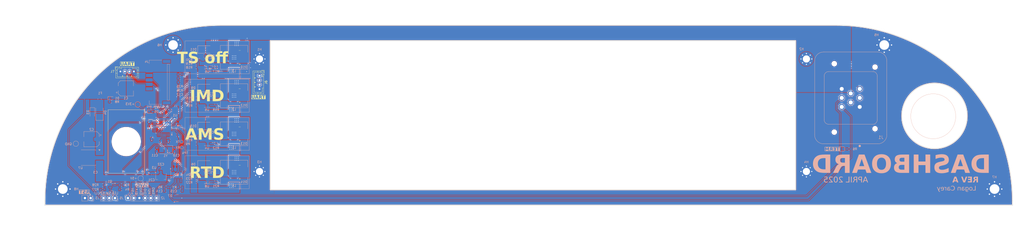
<source format=kicad_pcb>
(kicad_pcb (version 20241229) (generator "pcbnew") (generator_version "9.0")
  (layers (0 "F.Cu" signal) (2 "B.Cu" signal) (5 "F.SilkS" user "F.Silkscreen") (7 "B.SilkS" user "B.Silkscreen") (1 "F.Mask" user) (3 "B.Mask" user) (25 "Edge.Cuts" user))
  (net 0 "")
  (net 1 "GND")
  (net 2 "+12V")
  (net 3 "Net-(D4-K)")
  (net 4 "+5V")
  (net 5 "+3V3")
  (net 6 "/HSE_OUT")
  (net 7 "/HSE_IN")
  (net 8 "Net-(D1-K)")
  (net 9 "Net-(D5-A)")
  (net 10 "Net-(D5-K)")
  (net 11 "CANH")
  (net 12 "CANL")
  (net 13 "SWDIO")
  (net 14 "SWCLK")
  (net 15 "SWO")
  (net 16 "NRST")
  (net 17 "/UART_TX")
  (net 18 "/UART_RX")
  (net 19 "Net-(JP1-A)")
  (net 20 "Net-(Q1-G)")
  (net 21 "RTD_IN")
  (net 22 "IMD_INDICATOR")
  (net 23 "CAN_RX")
  (net 24 "CAN_TX")
  (net 31 "GPIO2")
  (net 32 "Net-(U1-PB15)")
  (net 35 "GPIO3")
  (net 40 "GPIO1")
  (net 45 "Net-(D10-K)")
  (net 46 "TSAL_INDICATOR")
  (net 47 "AMS_INDICATOR")
  (net 48 "Net-(D10-A)")
  (net 49 "Net-(D13-K)")
  (net 50 "Net-(D12-K)")
  (net 51 "Net-(D12-A)")
  (net 52 "Net-(D13-A)")
  (net 55 "USER_INDICATOR")
  (net 56 "RTD_LED")
  (net 57 "Net-(D15-A)")
  (net 58 "Net-(D9-A)")
  (net 59 "Net-(D11-A)")
  (net 63 "Net-(D3-K)")
  (net 64 "Net-(C15-Pad1)")
  (net 65 "Net-(C14-Pad1)")
  (net 66 "Net-(J5-Pin_2)")
  (net 67 "Net-(J5-Pin_1)")
  (net 68 "Net-(D6-A)")
  (net 69 "Net-(D14-A)")
  (net 70 "Net-(D14-K)")
  (footprint "Connector_JST:JST_PH_B4B-PH-K_1x04_P2.00mm_Vertical" (layer "F.Cu") (at 165.3 103.6 -90)
    (property "Reference" "J6")
    (property "Value" "I2C")
  )
  (footprint "dashboard:LED SMD 8x7.3mm" (layer "F.Cu") (at 154 146.5 90)
    (property "Reference" "D14")
    (property "Value" "LED")
  )
  (footprint "dashboard:LED SMD 8x7.3mm" (layer "F.Cu") (at 154 95.5 90)
    (property "Reference" "D10")
    (property "Value" "LED")
  )
  (footprint "MountingHole:MountingHole_3.2mm_M3_Pad_Via" (layer "F.Cu") (at 165.3 146.2)
    (property "Reference" "H3")
    (property "Value" "MountingHole_Pad")
  )
  (footprint "MountingHole:MountingHole_3.2mm_M3_Pad_Via" (layer "F.Cu") (at 408.3 146.2)
    (property "Reference" "H4")
    (property "Value" "MountingHole_Pad")
  )
  (footprint "MountingHole:MountingHole_4.3mm_M4_Pad_Via" (layer "F.Cu") (at 126.9 90)
    (property "Reference" "H6")
    (property "Value" "MountingHole_Pad")
  )
  (footprint "MountingHole:MountingHole_3.2mm_M3_Pad_Via" (layer "F.Cu") (at 408.3 96.2)
    (property "Reference" "H2")
    (property "Value" "MountingHole_Pad")
  )
  (footprint "dashboard:LED SMD 8x7.3mm" (layer "F.Cu") (at 154 112.5 90)
    (property "Reference" "D12")
    (property "Value" "LED")
  )
  (footprint "dashboard:LED SMD 8x7.3mm" (layer "F.Cu") (at 154 129.5 90)
    (property "Reference" "D13")
    (property "Value" "LED")
  )
  (footprint "MountingHole:MountingHole_3.2mm_M3_Pad_Via" (layer "F.Cu") (at 165.3 96.2)
    (property "Reference" "H1")
    (property "Value" "MountingHole_Pad")
  )
  (footprint "MountingHole:MountingHole_4.3mm_M4_Pad_Via" (layer "F.Cu") (at 77.9 154)
    (property "Reference" "H8")
    (property "Value" "MountingHole_Pad")
  )
  (footprint "Connector_JST:JST_PH_B4B-PH-K_1x04_P2.00mm_Vertical" (layer "F.Cu") (at 103.5 101.75)
    (property "Reference" "J7")
    (property "Value" "I2C")
  )
  (footprint "MountingHole:MountingHole_4.3mm_M4_Pad_Via" (layer "F.Cu") (at 442.9 90)
    (property "Reference" "H5")
    (property "Value" "MountingHole_Pad")
  )
  (footprint "MountingHole:MountingHole_4.3mm_M4_Pad_Via" (layer "F.Cu") (at 491.9 154)
    (property "Reference" "H7")
    (property "Value" "MountingHole_Pad")
  )
  (footprint "TestPoint:TestPoint_Pad_D1.0mm" (layer "B.Cu") (at 130.75 133)
    (property "Reference" "TP5" (hide yes))
    (property "Value" "TestPoint")
  )
  (footprint "Package_TO_SOT_SMD:SOT-89-5" (layer "B.Cu") (at 142 149.3 180)
    (property "Reference" "U8")
    (property "Value" "PT4115")
  )
  (footprint "Package_TO_SOT_SMD:SOT-23" (layer "B.Cu") (at 99.937501 153.2 180)
    (property "Reference" "Q1")
    (property "Value" "AO3400A")
  )
  (footprint "Resistor_SMD:R_0603_1608Metric" (layer "B.Cu") (at 137.2 130.6)
    (property "Reference" "R11")
    (property "Value" "R820")
  )
  (footprint "Resistor_SMD:R_0603_1608Metric" (layer "B.Cu") (at 104 154.2)
    (property "Reference" "R4")
    (property "Value" "100k")
  )
  (footprint "Resistor_SMD:R_0805_2012Metric" (layer "B.Cu") (at 94.25 114 -90)
    (property "Reference" "F1")
    (property "Value" "Polyfuse")
  )
  (footprint "TestPoint:TestPoint_Pad_D1.0mm" (layer "B.Cu") (at 130.75 135.5)
    (property "Reference" "TP4")
    (property "Value" "TestPoint")
  )
  (footprint "Inductor_SMD:L_Chilisin_BMRF00101040" (layer "B.Cu") (at 154 129.5)
    (property "Reference" "L1")
    (property "Value" "100u")
  )
  (footprint "Capacitor_SMD:C_0603_1608Metric" (layer "B.Cu") (at 140.6 111.8 180)
    (property "Reference" "C23")
    (property "Value" "1u")
  )
  (footprint "Resistor_SMD:R_0603_1608Metric" (layer "B.Cu") (at 130 104.800001)
    (property "Reference" "R26")
    (property "Value" "10k")
  )
  (footprint "Capacitor_SMD:C_0603_1608Metric" (layer "B.Cu") (at 140.6 128.8 180)
    (property "Reference" "C24")
    (property "Value" "1u")
  )
  (footprint "Connector_PinHeader_2.54mm:PinHeader_1x06_P2.54mm_Vertical" (layer "B.Cu") (at 106.84 158 -90)
    (property "Reference" "J2")
    (property "Value" "SWD")
  )
  (footprint "Jumper:SolderJumper-2_P1.3mm_Open_RoundedPad1.0x1.5mm" (layer "B.Cu") (at 424 136.2 180)
    (property "Reference" "JP1" (hide yes))
    (property "Value" "SolderJumper_2_Open")
  )
  (footprint "Resistor_SMD:R_0603_1608Metric" (layer "B.Cu") (at 146 150.3 90)
    (property "Reference" "R21")
    (property "Value" "10k")
  )
  (footprint "Package_TO_SOT_SMD:SOT-23" (layer "B.Cu") (at 128.662499 158)
    (property "Reference" "D7")
    (property "Value" "PESD2CAN")
  )
  (footprint "Resistor_SMD:R_0603_1608Metric" (layer "B.Cu") (at 137.2 134)
    (property "Reference" "R9")
    (property "Value" "R820")
  )
  (footprint "Resistor_SMD:R_0603_1608Metric" (layer "B.Cu") (at 146 116.3 90)
    (property "Reference" "R13")
    (property "Value" "10k")
  )
  (footprint "Capacitor_SMD:C_0603_1608Metric" (layer "B.Cu") (at 116.5 123 -90)
    (property "Reference" "C5" (hide yes))
    (property "Value" "1u")
  )
  (footprint "Package_TO_SOT_SMD:SOT-89-5" (layer "B.Cu") (at 142.000001 98.3 180)
    (property "Reference" "U6")
    (property "Value" "PT4115")
  )
  (footprint "Capacitor_SMD:C_0603_1608Metric" (layer "B.Cu") (at 123.8 154.9)
    (property "Reference" "C14")
    (property "Value" "560p")
  )
  (footprint "Resistor_SMD:R_0603_1608Metric" (layer "B.Cu") (at 117 117.8)
    (property "Reference" "R2")
    (property "Value" "330")
  )
  (footprint "Resistor_SMD:R_0603_1608Metric" (layer "B.Cu") (at 95.6 154.2)
    (property "Reference" "R27")
    (property "Value" "10k")
  )
  (footprint "LED_SMD:LED_0603_1608Metric" (layer "B.Cu") (at 99.4625 113.65)
    (property "Reference" "D1")
    (property "Value" "LED_Small")
  )
  (footprint "Capacitor_SMD:C_0603_1608Metric" (layer "B.Cu") (at 117.4 130.8 -90)
    (property "Reference" "C4" (hide yes))
    (property "Value" "1u")
  )
  (footprint "Diode_SMD:D_SMA" (layer "B.Cu") (at 141.4 126)
    (property "Reference" "D15")
    (property "Value" "SS34")
  )
  (footprint "Capacitor_SMD:C_0603_1608Metric" (layer "B.Cu") (at 128.5 130)
    (property "Reference" "C7" (hide yes))
    (property "Value" "1u")
  )
  (footprint "Capacitor_SMD:C_0603_1608Metric" (layer "B.Cu") (at 125.6 132.4125 180)
    (property "Reference" "C8" (hide yes))
    (property "Value" "1u")
  )
  (footprint "Resistor_SMD:R_0603_1608Metric" (layer "B.Cu") (at 137.2 117)
    (property "Reference" "R14")
    (property "Value" "R820")
  )
  (footprint "Capacitor_SMD:CP_Elec_6.3x7.7" (layer "B.Cu") (at 90.7 131.8525 180)
    (property "Reference" "C2")
    (property "Value" "22u")
  )
  (footprint "Capacitor_SMD:C_0603_1608Metric" (layer "B.Cu") (at 92.25 144.75 180)
    (property "Reference" "C3")
    (property "Value" "1u")
  )
  (footprint "Resistor_SMD:R_0603_1608Metric" (layer "B.Cu") (at 99.45 115.25)
    (property "Reference" "R8")
    (property "Value" "10k")
  )
  (footprint "Resistor_SMD:R_0603_1608Metric" (layer "B.Cu") (at 137.200001 96.6)
    (property "Reference" "R20")
    (property "Value" "R820")
  )
  (footprint "Connector_PinHeader_2.54mm:PinHeader_1x02_P2.54mm_Vertical" (layer "B.Cu") (at 90.275 158 90)
    (property "Reference" "J3")
    (property "Value" "Conn_01x02")
  )
  (footprint "Capacitor_SMD:C_0603_1608Metric" (layer "B.Cu") (at 119.6375 136.462501 -90)
    (property "Reference" "C11")
    (property "Value" "30p")
  )
  (footprint "Capacitor_SMD:C_0603_1608Metric" (layer "B.Cu") (at 126.237499 119.1625 180)
    (property "Reference" "C6" (hide yes))
    (property "Value" "1u")
  )
  (footprint "Resistor_SMD:R_0603_1608Metric" (layer "B.Cu") (at 123.800001 153.2 180)
    (property "Reference" "R5")
    (property "Value" "100")
  )
  (footprint "Package_TO_SOT_SMD:SOT-89-5" (layer "B.Cu") (at 142 132.3 180)
    (property "Reference" "U4")
    (property "Value" "PT4115")
  )
  (footprint "TestPoint:TestPoint_Pad_D2.0mm" (layer "B.Cu") (at 112.5 149.25)
    (property "Reference" "TP2" (hide yes))
    (property "Value" "TestPoint")
  )
  (footprint "Capacitor_SMD:C_0603_1608Metric" (layer "B.Cu") (at 130.199999 154.9 180)
    (property "Reference" "C15")
    (property "Value" "560p")
  )
  (footprint "Connector_PinHeader_2.54mm:PinHeader_1x03_P2.54mm_Vertical" (layer "B.Cu") (at 101.079999 158 90)
    (property "Reference" "J5")
    (property "Value" "Conn_01x03")
  )
  (footprint "Resistor_SMD:R_0603_1608Metric" (layer "B.Cu") (at 130.2 153.2)
    (property "Reference" "R7")
    (property "Value" "100")
  )
  (footprint "Capacitor_SMD:C_0603_1608Metric" (layer "B.Cu") (at 140.6 145.8 180)
    (property "Reference" "C26")
    (property "Value" "1u")
  )
  (footprint "Diode_SMD:D_SMA" (layer "B.Cu") (at 141.4 143)
    (property "Reference" "D6")
    (property "Value" "SS34")
  )
  (footprint "Resistor_SMD:R_0603_1608Metric" (layer "B.Cu") (at 146.000001 99.3 90)
    (property "Reference" "R17")
    (property "Value" "10k")
  )
  (footprint "Resistor_SMD:R_0603_1608Metric" (layer "B.Cu") (at 137.200001 100)
    (property "Reference" "R18")
    (property "Value" "R820")
  )
  (footprint "Capacitor_SMD:C_0603_1608Metric" (layer "B.Cu") (at 120.8375 132.4)
    (property "Reference" "C9" (hide yes))
    (property "Value" "100n")
  )
  (footprint "Capacitor_SMD:C_0603_1608Metric" (layer "B.Cu") (at 128.4 143 180)
    (property "Reference" "C16")
    (property "Value" "1u")
  )
  (footprint "Resistor_SMD:R_0603_1608Metric" (layer "B.Cu") (at 137.2 147.6)
    (property "Reference" "R24")
    (property "Value" "R820")
  )
  (footprint "Diode_SMD:D_SMA" (layer "B.Cu") (at 141.400001 109.05)
    (property "Reference" "D9")
    (property "Value" "SS34")
  )
  (footprint "Resistor_SMD:R_0603_1608Metric" (layer "B.Cu") (at 427.249999 136.2)
    (property "Reference" "R6")
    (property "Value" "120")
  )
  (footprint "Capacitor_SMD:C_0603_1608Metric" (layer "B.Cu") (at 127.6375 136.462501 -90)
    (property "Reference" "C10")
    (property "Value" "30p")
  )
  (footprint "Inductor_SMD:L_Chilisin_BMRF00101040" (layer "B.Cu") (at 154 146.5)
    (property "Reference" "L4")
    (property "Value" "100u")
  )
  (footprint "Package_QFP:LQFP-48_7x7mm_P0.5mm" (layer "B.Cu") (at 122.8375 125.6625 90)
    (property "Reference" "U1")
    (property "Value" "STM32F103C8Tx")
  )
  (footprint "Resistor_SMD:R_0603_1608Metric" (layer "B.Cu") (at 95.6 152.2 180)
    (property "Reference" "R28")
    (property "Value" "3K3")
  )
  (footprint "LED_SMD:LED_0603_1608Metric" (layer "B.Cu") (at 117.012499 119.6)
    (property "Reference" "D5")
    (property "Value" "LED_Small")
  )
  (footprint "Diode_SMD:D_SMA" (layer "B.Cu") (at 141.4 92)
    (property "Reference" "D11")
    (property "Value" "SS34")
  )
  (footprint "Crystal:Crystal_SMD_5032-2Pin_5.0x3.2mm" (layer "B.Cu") (at 123.6375 136.462501 180)
    (property "Reference" "Y1")
    (property "Value" "8M")
  )
  (footprint "Diode_SMD:D_SOD-123F" (layer "B.Cu") (at 91 119.999999 -90)
    (property "Reference" "D3")
    (property "Value" "1N4007")
  )
  (footprint "Resistor_SMD:R_0603_1608Metric" (layer "B.Cu") (at 137.2 149.3)
    (property "Reference" "R23")
    (property "Value" "R820")
  )
  (footprint "Diode_SMD:D_SMA" (layer "B.Cu") (at 94.25 120 90)
    (property "Reference" "D4")
    (property "Value" "SS34")
  )
  (footprint "Package_TO_SOT_SMD:TO-252-2" (layer "B.Cu") (at 89.16 140.0725 180)
    (property "Reference" "U7")
    (property "Value" "TPS7B88-Q1")
  )
  (footprint "Resistor_SMD:R_0603_1608Metric" (layer "B.Cu") (at 137.2 151)
    (property "Reference" "R22")
    (property "Value" "R820")
  )
  (footprint "TestPoint:TestPoint_Pad_D2.0mm" (layer "B.Cu") (at 83.7 133.8525)
    (property "Reference" "TP8" (hide yes))
    (property "Value" "TestPoint")
  )
  (footprint "Inductor_SMD:L_Chilisin_BMRF00101040" (layer "B.Cu") (at 154 95.5)
    (property "Reference" "L3")
    (property "Value" "100u")
  )
  (footprint "Capacitor_SMD:C_0603_1608Metric" (layer "B.Cu") (at 121.5 144.5)
    (property "Reference" "C22")
    (property "Value" "1u")
  )
  (footprint "Capacitor_SMD:CP_Elec_6.3x7.7" (layer "B.Cu") (at 105.9 109.25)
    (property "Reference" "C1")
    (property "Value" "22u")
  )
  (footprint "Resistor_SMD:R_0603_1608Metric" (layer "B.Cu") (at 137.200001 98.3)
    (property "Reference" "R19")
    (property "Value" "R820")
  )
  (footprint "Resistor_SMD:R_0603_1608Metric" (layer "B.Cu") (at 137.2 115.3)
    (property "Reference" "R15")
    (property "Value" "R820")
  )
  (footprint "Capacitor_SMD:C_0603_1608Metric" (layer "B.Cu") (at 117.9 147.6 90)
    (property "Reference" "C21")
    (property "Value" "1u")
  )
  (footprint "1-776275-1:TE_1-776275-1" (layer "B.Cu") (at 428 113.5 90)
    (property "Reference" "J1")
    (property "Value" "1-776280-1")
  )
  (footprint "Inductor_SMD:L_Chilisin_BMRF00101040" (layer "B.Cu") (at 154.000001 112.55)
    (property "Reference" "L2")
    (property "Value" "100u")
  )
  (footprint "dashboard:HY2-0-8PWT" (layer "B.Cu") (at 116.3 106.5 90)
    (property "Reference" "J4")
    (property "Value" "Conn_01x08")
  )
  (footprint "Package_SO:SOIC-8_3.9x4.9mm_P1.27mm" (layer "B.Cu") (at 128.5 147.699999 -90)
    (property "Reference" "U2")
    (property "Value" "SN65HVD1050D")
  )
  (footprint "TestPoint:TestPoint_Pad_D2.0mm" (layer "B.Cu") (at 111.2 116.4)
    (property "Reference" "TP3" (hide yes))
    (property "Value" "TestPoint")
  )
  (footprint "Capacitor_SMD:C_0603_1608Metric" (layer "B.Cu") (at 140.575 94.8 180)
    (property "Reference" "C25")
    (property "Value" "1u")
  )
  (footprint "Package_TO_SOT_SMD:SOT-89-5" (layer "B.Cu") (at 142 115.3 180)
    (property "Reference" "U5")
    (property "Value" "PT4115")
  )
  (footprint "Resistor_SMD:R_0603_1608Metric" (layer "B.Cu") (at 130 103.000001 180)
    (property "Reference" "R25")
    (property "Value" "36k")
  )
  (footprint "Resistor_SMD:R_0603_1608Metric" (layer "B.Cu") (at 146 133.3 90)
    (property "Reference" "R12")
    (property "Value" "10k")
  )
  (footprint "Resistor_SMD:R_0603_1608Metric" (layer "B.Cu") (at 104 152.2 180)
    (property "Reference" "R3")
    (property "Value" "100")
  )
  (footprint "Resistor_SMD:R_0603_1608Metric" (layer "B.Cu") (at 137.2 132.3)
    (property "Reference" "R10")
    (property "Value" "R820")
  )
  (footprint "Package_TO_SOT_SMD:SOT-89-3" (layer "B.Cu") (at 121.5 148.4 -90)
    (property "Reference" "U3")
    (property "Value" "MCP1700x-500xxMB")
  )
  (footprint "Capacitor_SMD:C_0603_1608Metric" (layer "B.Cu") (at 130 106.6)
    (property "Reference" "C12")
    (property "Value" "100n")
  )
  (footprint "Resistor_SMD:R_0603_1608Metric" (layer "B.Cu") (at 137.2 113.6)
    (property "Reference" "R16")
    (property "Value" "R820")
  )
  (gr_rect (start 98 118.8) (end 114.2 147) (stroke (width 0.1)) (fill no) (layer "F.SilkS"))
  (gr_rect (start 132.2 88.2) (end 160.8 102.8) (stroke (width 0.1)) (fill no) (layer "B.SilkS"))
  (gr_line (start 89.2 155.3) (end 90.2 156.5) (stroke (width 0.2)) (layer "B.SilkS"))
  (gr_circle (center 464.67 121.66) (end 474.65 121.66) (stroke (width 0.1)) (fill no) (layer "B.SilkS"))
  (gr_rect (start 132.2 122.2) (end 160.8 136.8) (stroke (width 0.1)) (fill no) (layer "B.SilkS"))
  (gr_line (start 90.2 156.5) (end 89.8 156.5) (stroke (width 0.2)) (layer "B.SilkS"))
  (gr_rect (start 132.2 139.2) (end 160.8 153.8) (stroke (width 0.1)) (fill no) (layer "B.SilkS"))
  (gr_line (start 90.2 156.5) (end 90.2 156.1) (stroke (width 0.2)) (layer "B.SilkS"))
  (gr_rect (start 132.2 105.2) (end 160.8 119.8) (stroke (width 0.1)) (fill no) (layer "B.SilkS"))
  (gr_rect (start 98 118.8) (end 114.2 147) (stroke (width 0.1)) (fill no) (layer "B.SilkS"))
  (gr_line (start 499.9 161.199999) (end 499.9 159.2) (stroke (width 0.2)) (layer "Edge.Cuts"))
  (gr_arc (start 69.9 159.200011) (mid 92.745671 104.045671) (end 147.851643 81.199999) (stroke (width 0.2)) (layer "Edge.Cuts"))
  (gr_line (start 170.110001 154.299998) (end 170.110001 88.100002) (stroke (width 0.2)) (layer "Edge.Cuts"))
  (gr_line (start 69.9 159.200011) (end 69.9 161.199999) (stroke (width 0.2)) (layer "Edge.Cuts"))
  (gr_line (start 170.110001 88.100002) (end 403.51 88.100002) (stroke (width 0.2)) (layer "Edge.Cuts"))
  (gr_line (start 403.51 88.100002) (end 403.51 154.299998) (stroke (width 0.2)) (layer "Edge.Cuts"))
  (gr_circle (center 106.1 132.9) (end 112.35 132.9) (stroke (width 0.05)) (fill no) (layer "Edge.Cuts"))
  (gr_line (start 421.9 81.2) (end 147.851643 81.199999) (stroke (width 0.2)) (layer "Edge.Cuts"))
  (gr_line (start 403.51 154.299998) (end 170.110001 154.299998) (stroke (width 0.2)) (layer "Edge.Cuts"))
  (gr_circle (center 465.221086 121.485352) (end 450.721085 121.485352) (stroke (width 0.2)) (fill no) (layer "Edge.Cuts"))
  (gr_line (start 69.9 161.199999) (end 499.9 161.199999) (stroke (width 0.2)) (layer "Edge.Cuts"))
  (gr_arc (start 421.9 81.2) (mid 477.054329 104.045671) (end 499.9 159.2) (stroke (width 0.2)) (layer "Edge.Cuts"))
  (gr_text "TS off" (at 140 96 0) (layer "F.SilkS") (effects (font (size 5 5) (thickness 1) (bold yes))))
  (gr_text "RTD" (at 142 147 0) (layer "F.SilkS") (effects (font (size 5 5) (thickness 1) (bold yes))))
  (gr_text "UART" (at 164.75 113.25 0) (layer "F.SilkS" knockout) (effects (font (size 1.5 1.5) (thickness 0.3) (bold yes))))
  (gr_text "AMS" (at 141 130 0) (layer "F.SilkS") (effects (font (size 5 5) (thickness 1) (bold yes))))
  (gr_text "IMD" (at 142 112.9 0) (layer "F.SilkS") (effects (font (size 5 5) (thickness 1) (bold yes))))
  (gr_text "UART" (at 106.5 98.5 0) (layer "F.SilkS" knockout) (effects (font (size 1.5 1.5) (thickness 0.3) (bold yes))))
  (gr_text "RX" (at 129 135.6 0) (layer "B.SilkS") (effects (font (size 1 1)) (justify mirror)))
  (gr_text "RST" (at 87.5 155.4 0) (layer "B.SilkS" knockout) (effects (font (size 1.5 1.5) (thickness 0.3) (bold yes)) (justify mirror)))
  (gr_text "TX" (at 129 133 0) (layer "B.SilkS") (effects (font (size 1 1)) (justify mirror)))
  (gr_text "+3V3" (at 107.8 116.2 0) (layer "B.SilkS") (effects (font (size 1 1)) (justify mirror)))
  (gr_text "REV A" (at 479 150.005782 0) (layer "B.SilkS") (effects (font (size 2.5 2.5) (thickness 0.625) (bold yes)) (justify mirror)))
  (gr_text "Logan Carey" (at 475 153.8 0) (layer "B.SilkS") (effects (font (size 2 2) (thickness 0.375)) (justify mirror)))
  (gr_text "12V" (at 95.2 155.8 0) (layer "B.SilkS") (effects (font (size 1 1)) (justify mirror)))
  (gr_text "GND" (at 112.56 155 270) (layer "B.SilkS") (effects (font (size 1 1)) (justify mirror)))
  (gr_text "GND" (at 80.4 134 0) (layer "B.SilkS") (effects (font (size 1 1)) (justify mirror)))
  (gr_text "RST" (at 116.24 155 270) (layer "B.SilkS") (effects (font (size 1 1)) (justify mirror)))
  (gr_text "TERM" (at 419.7 136.35 0) (layer "B.SilkS" knockout) (effects (font (size 1.5 1.5) (thickness 0.3) (bold yes)) (justify mirror)))
  (gr_text "SW" (at 98.2 155.8 0) (layer "B.SilkS") (effects (font (size 1 1)) (justify mirror)))
  (gr_text "+5V" (at 108.88 155 270) (layer "B.SilkS") (effects (font (size 1 1)) (justify mirror)))
  (gr_text "SWO" (at 118.08 154.8 270) (layer "B.SilkS") (effects (font (size 1 1)) (justify mirror)))
  (gr_text "APRIL 2025" (at 425.75 150.005782 0) (layer "B.SilkS") (effects (font (size 2.5 2.5) (thickness 0.375)) (justify mirror)))
  (gr_text "LED" (at 101.2 155.8 0) (layer "B.SilkS") (effects (font (size 1 1)) (justify mirror)))
  (gr_text "DASHBOARD" (at 450.5 143.50578 0) (layer "B.SilkS") (effects (font (size 8 8) (thickness 1) (bold yes)) (justify mirror)))
  (gr_text "+5V" (at 109.4 149.2 0) (layer "B.SilkS") (effects (font (size 1 1)) (justify mirror)))
  (gr_text "SWD" (at 113.2 152.4 0) (layer "B.SilkS" knockout) (effects (font (size 1.5 1.5) (thickness 0.3) (bold yes)) (justify mirror)))
  (gr_text "DIO" (at 114.4 155 270) (layer "B.SilkS") (effects (font (size 1 1)) (justify mirror)))
  (gr_text "CLK" (at 110.72 155 270) (layer "B.SilkS") (effects (font (size 1 1)) (justify mirror)))
  (segment (start 128.5 113) (end 130 113) (width 0.5) (layer "F.Cu") (net 1))
  (segment (start 161.4 100.1) (end 161.3 100.1) (width 0.5) (layer "F.Cu") (net 1))
  (via (at 127.6 138) (size 0.6) (drill 0.3) (layers "F.Cu" "B.Cu") (net 1))
  (via (at 117.4 132.4) (size 0.6) (drill 0.3) (layers "F.Cu" "B.Cu") (net 1))
  (via (at 128.425735 125.074265) (size 0.6) (drill 0.3) (layers "F.Cu" "B.Cu") (net 1))
  (via (at 128.5 113) (size 0.6) (drill 0.3) (layers "F.Cu" "B.Cu") (net 1))
  (via (at 159.6 101.8) (size 0.6) (drill 0.3) (layers "F.Cu" "B.Cu") (net 1))
  (via (at 129.4 130.8) (size 0.6) (drill 0.3) (layers "F.Cu" "B.Cu") (net 1))
  (via (at 116.25 146.825) (size 0.6) (drill 0.3) (layers "F.Cu" "B.Cu") (net 1))
  (via (at 130 113) (size 0.6) (drill 0.3) (layers "F.Cu" "B.Cu") (net 1))
  (via (at 124.8 133.2) (size 0.6) (drill 0.3) (layers "F.Cu" "B.Cu") (net 1))
  (via (at 116.1125 124.3625) (size 0.6) (drill 0.3) (layers "F.Cu" "B.Cu") (net 1))
  (via (at 121.6 133.2) (size 0.6) (drill 0.3) (layers "F.Cu" "B.Cu") (net 1))
  (via (at 119.6 138) (size 0.6) (drill 0.3) (layers "F.Cu" "B.Cu") (net 1))
  (via (at 161.3 100.1) (size 0.6) (drill 0.3) (layers "F.Cu" "B.Cu") (net 1))
  (via (at 130.8 158) (size 0.6) (drill 0.3) (layers "F.Cu" "B.Cu") (net 1))
  (via (at 128 142) (size 0.6) (drill 0.3) (layers "F.Cu" "B.Cu") (net 1))
  (via (at 125 118.6) (size 0.6) (drill 0.3) (layers "F.Cu" "B.Cu") (net 1))
  (segment (start 142.000001 98.3) (end 142.000001 95.450001) (width 0.6) (layer "B.Cu") (net 1))
  (segment (start 116.1125 124.3625) (end 117.062501 123.4125) (width 0.3) (layer "B.Cu") (net 1))
  (segment (start 129.275 130) (end 129.275 130.675) (width 0.3) (layer "B.Cu") (net 1))
  (segment (start 125.462499 119.062499) (end 125 118.6) (width 0.3) (layer "B.Cu") (net 1))
  (segment (start 119.625 146.825) (end 120 146.45) (width 0.5) (layer "B.Cu") (net 1))
  (segment (start 120 145.225) (end 120.725 144.5) (width 0.5) (layer "B.Cu") (net 1))
  (segment (start 117.4 131.575) (end 117.4 132.4) (width 0.6) (layer "B.Cu") (net 1))
  (segment (start 142.000001 95.450001) (end 141.35 94.8) (width 0.6) (layer "B.Cu") (net 1))
  (segment (start 117.9 146.825) (end 116.25 146.825) (width 0.5) (layer "B.Cu") (net 1))
  (segment (start 124.825 132.4125) (end 124.825 133.175) (width 0.5) (layer "B.Cu") (net 1))
  (segment (start 142.175001 98.475) (end 142.000001 98.3) (width 0.6) (layer "B.Cu") (net 1))
  (segment (start 129.275 130.675) (end 129.4 130.8) (width 0.3) (layer "B.Cu") (net 1))
  (segment (start 142.175 98.175) (end 142 98) (width 0.5) (layer "B.Cu") (net 1))
  (segment (start 127.865 143.24) (end 127.625 143) (width 0.5) (layer "B.Cu") (net 1))
  (segment (start 125.0875 119.537499) (end 125.462499 119.1625) (width 0.3) (layer "B.Cu") (net 1))
  (segment (start 129.2125 126.4125) (end 130.8 128) (width 0.3) (layer "B.Cu") (net 1))
  (segment (start 125.0875 121.5) (end 125.0875 119.537499) (width 0.3) (layer "B.Cu") (net 1))
  (segment (start 117.9 146.825) (end 119.625 146.825) (width 0.5) (layer "B.Cu") (net 1))
  (segment (start 117.825 115.024999) (end 116.3 113.499999) (width 0.5) (layer "B.Cu") (net 1))
  (segment (start 142.174999 115.175) (end 141.999999 115) (width 0.5) (layer "B.Cu") (net 1))
  (segment (start 119.6375 137.237501) (end 119.6375 137.9625) (width 0.5) (layer "B.Cu") (net 1))
  (segment (start 161.3 100.1) (end 159.6 101.8) (width 0.5) (layer "B.Cu") (net 1))
  (segment (start 128.425735 125.074265) (end 128.38214 125.11786) (width 0.3) (layer "B.Cu") (net 1))
  (segment (start 142.175 115.475) (end 142 115.3) (width 0.6) (layer "B.Cu") (net 1))
  (segment (start 127.771324 127.9125) (end 127 127.9125) (width 0.3) (layer "B.Cu") (net 1))
  (segment (start 127.625 143) (end 127.625 142.375) (width 0.5) (layer "B.Cu") (net 1))
  (segment (start 127.865 145.224999) (end 127.865 143.24) (width 0.5) (layer "B.Cu") (net 1))
  (segment (start 128.38214 125.801684) (end 127.771324 126.4125) (width 0.3) (layer "B.Cu") (net 1))
  (segment (start 122.0875 131.925) (end 122.0875 129.825) (width 0.3) (layer "B.Cu") (net 1))
  (segment (start 146.000001 98.475) (end 142.175001 98.475) (width 0.6) (layer "B.Cu") (net 1))
  (segment (start 117.062501 123.4125) (end 118.675 123.4125) (width 0.3) (layer "B.Cu") (net 1))
  (segment (start 128.38214 125.11786) (end 128.38214 125.801684) (width 0.3) (layer "B.Cu") (net 1))
  (segment (start 121.6125 132.4) (end 121.6125 133.1875) (width 0.3) (layer "B.Cu") (net 1))
  (segment (start 142.174999 149.175) (end 141.999999 149) (width 0.5) (layer "B.Cu") (net 1))
  (segment (start 142.175 132.475) (end 142 132.3) (width 0.6) (layer "B.Cu") (net 1))
  (segment (start 117.825 117.8) (end 117.825 115.024999) (width 0.5) (layer "B.Cu") (net 1))
  (segment (start 142 146.425) (end 141.375 145.8) (width 0.6) (layer "B.Cu") (net 1))
  (segment (start 124.825 133.175) (end 124.8 133.2) (width 0.5) (layer "B.Cu") (net 1))
  (segment (start 127.771324 126.4125) (end 127 126.4125) (width 0.3) (layer "B.Cu") (net 1))
  (segment (start 127.625 142.375) (end 128 142) (width 0.5) (layer "B.Cu") (net 1))
  (segment (start 127.6375 137.9625) (end 127.6 138) (width 0.5) (layer "B.Cu") (net 1))
  (segment (start 146 149.475) (end 142.175 149.475) (width 0.6) (layer "B.Cu") (net 1))
  (segment (start 142 115.3) (end 142 112.425) (width 0.6) (layer "B.Cu") (net 1))
  (segment (start 142 129.425) (end 141.375 128.8) (width 0.6) (layer "B.Cu") (net 1))
  (segment (start 120 146.45) (end 120 145.225) (width 0.5) (layer "B.Cu") (net 1))
  (segment (start 127.6375 137.237501) (end 127.6375 137.9625) (width 0.5) (layer "B.Cu") (net 1))
  (segment (start 142 132.3) (end 142 129.425) (width 0.6) (layer "B.Cu") (net 1))
  (segment (start 129.6 158) (end 130.8 158) (width 0.5) (layer "B.Cu") (net 1))
  (segment (start 146 115.475) (end 142.175 115.475) (width 0.6) (layer "B.Cu") (net 1))
  (segment (start 142 112.425) (end 141.375 111.8) (width 0.6) (layer "B.Cu") (net 1))
  (segment (start 119.6375 137.9625) (end 119.6 138) (width 0.5) (layer "B.Cu") (net 1))
  (segment (start 125.462499 119.1625) (end 125.462499 119.062499) (width 0.3) (layer "B.Cu") (net 1))
  (segment (start 142.274999 132.175) (end 142.099999 132) (width 0.5) (layer "B.Cu") (net 1))
  (segment (start 129.275 129.416176) (end 127.771324 127.9125) (width 0.3) (layer "B.Cu") (net 1))
  (segment (start 129.275 130) (end 129.275 129.416176) (width 0.3) (layer "B.Cu") (net 1))
  (segment (start 121.6125 133.1875) (end 121.6 133.2) (width 0.3) (layer "B.Cu") (net 1))
  (segment (start 127 126.4125) (end 129.2125 126.4125) (width 0.3) (layer "B.Cu") (net 1))
  (segment (start 142.175 149.475) (end 142 149.3) (width 0.6) (layer "B.Cu") (net 1))
  (segment (start 142 149.3) (end 142 146.425) (width 0.6) (layer "B.Cu") (net 1))
  (segment (start 121.6125 132.4) (end 122.0875 131.925) (width 0.3) (layer "B.Cu") (net 1))
  (segment (start 146 132.475) (end 142.175 132.475) (width 0.6) (layer "B.Cu") (net 1))
  (segment (start 159.7 87.1) (end 159.8 87) (width 0.5) (layer "F.Cu") (net 2))
  (segment (start 165.3 103.6) (end 165.3 102.5) (width 0.5) (layer "F.Cu") (net 2))
  (segment (start 160.5 97.7) (end 159.7 96.9) (width 0.5) (layer "F.Cu") (net 2))
  (segment (start 165.3 102.5) (end 160.5 97.7) (width 0.5) (layer "F.Cu") (net 2))
  (segment (start 159.7 96.9) (end 159.7 87.1) (width 0.5) (layer "F.Cu") (net 2))
  (via (at 159.8 87) (size 0.6) (drill 0.3) (layers "F.Cu" "B.Cu") (net 2))
  (segment (start 87.5 120.57242) (end 87.5 113.5) (width 0.5) (layer "B.Cu") (net 2))
  (segment (start 80.5 127.57242) (end 87.5 120.57242) (width 0.5) (layer "B.Cu") (net 2))
  (segment (start 96 158) (end 94.9 158) (width 0.5) (layer "B.Cu") (net 2))
  (segment (start 80.5 143.6) (end 80.5 127.57242) (width 0.5) (layer "B.Cu") (net 2))
  (segment (start 94.9 158) (end 80.5 143.6) (width 0.5) (layer "B.Cu") (net 2))
  (segment (start 130.825 103.000001) (end 130.825 101.425) (width 0.3) (layer "B.Cu") (net 2))
  (segment (start 108 150) (end 107.5 149.5) (width 0.5) (layer "B.Cu") (net 4))
  (segment (start 129.175 145.184999) (end 129.135 145.224999) (width 0.5) (layer "B.Cu") (net 4))
  (segment (start 126.834998 148.5) (end 123.462499 148.5) (width 0.5) (layer "B.Cu") (net 4))
  (segment (start 106.84 156.96) (end 108 155.8) (width 0.5) (layer "B.Cu") (net 4))
  (segment (start 108 155.8) (end 108 150) (width 0.5) (layer "B.Cu") (net 4))
  (segment (start 106.84 158) (end 106.84 156.96) (width 0.5) (layer "B.Cu") (net 4))
  (segment (start 129.175 143) (end 129.175 145.184999) (width 0.5) (layer "B.Cu") (net 4))
  (segment (start 129.135 146.199998) (end 126.834998 148.5) (width 0.5) (layer "B.Cu") (net 4))
  (segment (start 129.135 145.224999) (end 129.135 146.199998) (width 0.5) (layer "B.Cu") (net 4))
  (segment (start 128.6 122.4) (end 125.5 125.5) (width 0.3) (layer "F.Cu") (net 5))
  (via (at 125.5 125.5) (size 0.6) (drill 0.3) (layers "F.Cu" "B.Cu") (net 5))
  (via (at 128.6 122.4) (size 0.6) (drill 0.3) (layers "F.Cu" "B.Cu") (net 5))
  (segment (start 117.9875 122.225) (end 118.675 122.9125) (width 0.3) (layer "B.Cu") (net 5))
  (segment (start 111.2 116.4) (end 112.8 118) (width 0.5) (layer "B.Cu") (net 5))
  (segment (start 127.012499 120.075001) (end 125.5875 121.5) (width 0.3) (layer "B.Cu") (net 5))
  (segment (start 127.012499 119.1625) (end 127.012499 120.075001) (width 0.3) (layer "B.Cu") (net 5))
  (segment (start 116.5 122.225) (end 117.9875 122.225) (width 0.3) (layer "B.Cu") (net 5))
  (segment (start 112.8 118) (end 114.8 118) (width 0.5) (layer "B.Cu") (net 5))
  (segment (start 126.262501 135.687501) (end 125.487501 136.462501) (width 0.3) (layer "B.Cu") (net 6))
  (segment (start 127.6375 135.687501) (end 126.262501 135.687501) (width 0.3) (layer "B.Cu") (net 6))
  (segment (start 123.5875 129.825) (end 123.5875 134.5625) (width 0.3) (layer "B.Cu") (net 6))
  (segment (start 123.5875 134.5625) (end 125.487501 136.462501) (width 0.3) (layer "B.Cu") (net 6))
  (segment (start 121.012499 135.687501) (end 121.787499 136.462501) (width 0.3) (layer "B.Cu") (net 7))
  (segment (start 123.0875 135.1625) (end 121.787499 136.462501) (width 0.3) (layer "B.Cu") (net 7))
  (segment (start 119.6375 135.687501) (end 121.012499 135.687501) (width 0.3) (layer "B.Cu") (net 7))
  (segment (start 123.0875 129.825) (end 123.0875 135.1625) (width 0.3) (layer "B.Cu") (net 7))
  (segment (start 98.675 113.65) (end 98.675 115.2) (width 0.5) (layer "B.Cu") (net 8))
  (segment (start 120.5875 120.728676) (end 119.458824 119.6) (width 0.3) (layer "B.Cu") (net 9))
  (segment (start 119.458824 119.6) (end 117.8 119.6) (width 0.3) (layer "B.Cu") (net 9))
  (segment (start 120.5875 121.5) (end 120.5875 120.728676) (width 0.3) (layer "B.Cu") (net 9))
  (segment (start 116.174999 118.012499) (end 116.175 119.550003) (width 0.6) (layer "B.Cu") (net 10))
  (segment (start 127.865 151.149998) (end 125.814998 153.2) (width 0.5) (layer "B.Cu") (net 11))
  (segment (start 428.2 140) (end 428.2 121.7) (width 0.5) (layer "B.Cu") (net 11))
  (segment (start 127.865 150.174999) (end 127.865 151.149998) (width 0.5) (layer "B.Cu") (net 11))
  (segment (start 428.2 121.7) (end 424 117.5) (width 0.5) (layer "B.Cu") (net 11))
  (segment (start 409.25 158.95) (end 428.2 140) (width 0.5) (layer "B.Cu") (net 11))
  (segment (start 127.724999 158.95) (end 126.95 158.95) (width 0.5) (layer "B.Cu") (net 11))
  (segment (start 126.95 158.95) (end 125.814998 157.814998) (width 0.5) (layer "B.Cu") (net 11))
  (segment (start 125.814998 153.2) (end 124.625001 153.2) (width 0.5) (layer "B.Cu") (net 11))
  (segment (start 127.724999 158.95) (end 409.25 158.95) (width 0.5) (layer "B.Cu") (net 11))
  (segment (start 125.814998 157.814998) (end 125.814998 153.2) (width 0.5) (layer "B.Cu") (net 11))
  (segment (start 129.135 152.96) (end 129.375 153.2) (width 0.5) (layer "B.Cu") (net 12))
  (segment (start 127.724999 154.475001) (end 129 153.2) (width 0.5) (layer "B.Cu") (net 12))
  (segment (start 421.6 115.9) (end 421.6 118.6) (width 0.5) (layer "B.Cu") (net 12))
  (segment (start 423.350001 120.350001) (end 423.350001 136.2) (width 0.5) (layer "B.Cu") (net 12))
  (segment (start 423.350001 142.049999) (end 408.35 157.05) (width 0.5) (layer "B.Cu") (net 12))
  (segment (start 424 113.5) (end 421.6 115.9) (width 0.5) (layer "B.Cu") (net 12))
  (segment (start 421.6 118.6) (end 423.350001 120.350001) (width 0.5) (layer "B.Cu") (net 12))
  (segment (start 423.350001 136.2) (end 423.350001 142.049999) (width 0.5) (layer "B.Cu") (net 12))
  (segment (start 129 153.2) (end 129.375 153.2) (width 0.5) (layer "B.Cu") (net 12))
  (segment (start 129.135 150.174999) (end 129.135 152.96) (width 0.5) (layer "B.Cu") (net 12))
  (segment (start 127.724999 157.05) (end 127.724999 154.475001) (width 0.5) (layer "B.Cu") (net 12))
  (segment (start 408.35 157.05) (end 127.724999 157.05) (width 0.5) (layer "B.Cu") (net 12))
  (segment (start 113.4 146.2) (end 113.5 146.3) (width 0.3) (layer "F.Cu") (net 13))
  (segment (start 113.5 146.3) (end 113.5 152) (width 0.3) (layer "F.Cu") (net 13))
  (segment (start 114.6 118.4) (end 115.6 117.4) (width 0.3) (layer "F.Cu") (net 13))
  (segment (start 114.6 119.8) (end 114.6 118.4) (width 0.3) (layer "F.Cu") (net 13))
  (segment (start 115.6 117.4) (end 122.6 117.4) (width 0.3) (layer "F.Cu") (net 13))
  (via (at 114.6 119.8) (size 0.6) (drill 0.3) (layers "F.Cu" "B.Cu") (net 13))
  (via (at 113.4 146.2) (size 0.6) (drill 0.3) (layers "F.Cu" "B.Cu") (net 13))
  (via (at 113.5 152) (size 0.6) (drill 0.3) (layers "F.Cu" "B.Cu") (net 13))
  (via (at 122.6 117.4) (size 0.6) (drill 0.3) (layers "F.Cu" "B.Cu") (net 13))
  (segment (start 124.5875 121.5) (end 124.5875 119.3875) (width 0.3) (layer "B.Cu") (net 13))
  (segment (start 113.4 146.2) (end 114 145.6) (width 0.3) (layer "B.Cu") (net 13))
  (segment (start 113.5 157.04) (end 114.46 158) (width 0.3) (layer "B.Cu") (net 13))
  (segment (start 114 157.96) (end 113.96 158) (width 0.3) (layer "B.Cu") (net 13))
  (segment (start 124.5875 119.3875) (end 122.6 117.4) (width 0.3) (layer "B.Cu") (net 13))
  (segment (start 114 120.4) (end 114.6 119.8) (width 0.3) (layer "B.Cu") (net 13))
  (segment (start 114 145.6) (end 114 120.4) (width 0.3) (layer "B.Cu") (net 13))
  (segment (start 113.5 152) (end 113.5 157.04) (width 0.3) (layer "B.Cu") (net 13))
  (segment (start 113.6 122) (end 119 122) (width 0.3) (layer "F.Cu") (net 14))
  (segment (start 110.4 146.8) (end 111.05 146.15) (width 0.3) (layer "F.Cu") (net 14))
  (segment (start 113.2 122.3) (end 113.3 122.3) (width 0.3) (layer "F.Cu") (net 14))
  (segment (start 119 122) (end 120.2 123.2) (width 0.3) (layer "F.Cu") (net 14))
  (segment (start 110.4 152) (end 110.4 146.8) (width 0.3) (layer "F.Cu") (net 14))
  (segment (start 113.3 122.3) (end 113.6 122) (width 0.3) (layer "F.Cu") (net 14))
  (via (at 111.05 146.15) (size 0.6) (drill 0.3) (layers "F.Cu" "B.Cu") (net 14))
  (via (at 120.2 123.2) (size 0.6) (drill 0.3) (layers "F.Cu" "B.Cu") (net 14))
  (via (at 113.2 122.3) (size 0.6) (drill 0.3) (layers "F.Cu" "B.Cu") (net 14))
  (via (at 110.4 152) (size 0.6) (drill 0.3) (layers "F.Cu" "B.Cu") (net 14))
  (segment (start 111.05 146.15) (end 113.4 143.8) (width 0.3) (layer "B.Cu") (net 14))
  (segment (start 110.4 152) (end 110.4 156.98) (width 0.3) (layer "B.Cu") (net 14))
  (segment (start 110.4 156.98) (end 109.38 158) (width 0.3) (layer "B.Cu") (net 14))
  (segment (start 126.228676 122.9125) (end 127 122.9125) (width 0.3) (layer "B.Cu") (net 14))
  (segment (start 125.541176 123.6) (end 126.228676 122.9125) (width 0.3) (layer "B.Cu") (net 14))
  (segment (start 113.4 122.5) (end 113.2 122.3) (width 0.3) (layer "B.Cu") (net 14))
  (segment (start 120.2 123.2) (end 120.6 123.6) (width 0.3) (layer "B.Cu") (net 14))
  (segment (start 113.4 143.8) (end 113.4 122.5) (width 0.3) (layer "B.Cu") (net 14))
  (segment (start 120.6 123.6) (end 125.541176 123.6) (width 0.3) (layer "B.Cu") (net 14))
  (segment (start 130.6 147.6) (end 127.8 147.6) (width 0.3) (layer "F.Cu") (net 15))
  (segment (start 127.8 147.6) (end 125.2 150.2) (width 0.3) (layer "F.Cu") (net 15))
  (via (at 125.2 150.2) (size 0.6) (drill 0.3) (layers "F.Cu" "B.Cu") (net 15))
  (via (at 130.6 147.6) (size 0.6) (drill 0.3) (layers "F.Cu" "B.Cu") (net 15))
  (segment (start 119.54 153.96) (end 119.54 158) (width 0.3) (layer "B.Cu") (net 15))
  (segment (start 123.6 151.8) (end 121.7 151.8) (width 0.3) (layer "B.Cu") (net 15))
  (segment (start 132.451 128.251) (end 132.451 145.749) (width 0.3) (layer "B.Cu") (net 15))
  (segment (start 128.1125 123.9125) (end 132.451 128.251) (width 0.3) (layer "B.Cu") (net 15))
  (segment (start 132.451 145.749) (end 130.6 147.6) (width 0.3) (layer "B.Cu") (net 15))
  (segment (start 125.2 150.2) (end 123.6 151.8) (width 0.3) (layer "B.Cu") (net 15))
  (segment (start 121.7 151.8) (end 119.54 153.96) (width 0.3) (layer "B.Cu") (net 15))
  (segment (start 127 123.9125) (end 128.1125 123.9125) (width 0.3) (layer "B.Cu") (net 15))
  (segment (start 117 157.5) (end 117 158) (width 0.3) (layer "F.Cu") (net 16))
  (segment (start 115.5 152) (end 115.5 145.5) (width 0.3) (layer "F.Cu") (net 16))
  (segment (start 90.275 158) (end 90.275 157.475) (width 0.3) (layer "F.Cu") (net 16))
  (segment (start 115.5 145.5) (end 115.4 145.4) (width 0.3) (layer "F.Cu") (net 16))
  (segment (start 90.275 157.475) (end 91.75 156) (width 0.3) (layer "F.Cu") (net 16))
  (segment (start 115.5 156) (end 117 157.5) (width 0.3) (layer "F.Cu") (net 16))
  (segment (start 91.75 156) (end 115.5 156) (width 0.3) (layer "F.Cu") (net 16))
  (via (at 115.4 145.4) (size 0.6) (drill 0.3) (layers "F.Cu" "B.Cu") (net 16))
  (via (at 115.5 152) (size 0.6) (drill 0.3) (layers "F.Cu" "B.Cu") (net 16))
  (segment (start 118.6 134.2) (end 115.4 137.4) (width 0.3) (layer "B.Cu") (net 16))
  (segment (start 115.4 137.4) (end 115.4 145.4) (width 0.3) (layer "B.Cu") (net 16))
  (segment (start 122.5875 133.6125) (end 122 134.2) (width 0.3) (layer "B.Cu") (net 16))
  (segment (start 122.5875 129.825) (end 122.5875 133.6125) (width 0.3) (layer "B.Cu") (net 16))
  (segment (start 122 134.2) (end 118.6 134.2) (width 0.3) (layer "B.Cu") (net 16))
  (segment (start 115.5 152) (end 117 153.5) (width 0.3) (layer "B.Cu") (net 16))
  (segment (start 117 153.5) (end 117 158) (width 0.3) (layer "B.Cu") (net 16))
  (segment (start 163.648999 103.949) (end 150.48681 103.949) (width 0.3) (layer "F.Cu") (net 17))
  (segment (start 131.1 109.4) (end 119.6 109.4) (width 0.3) (layer "F.Cu") (net 17))
  (segment (start 144.73781 98.2) (end 142.3 98.2) (width 0.3) (layer "F.Cu") (net 17))
  (segment (start 150.48681 103.949) (end 144.73781 98.2) (width 0.3) (layer "F.Cu") (net 17))
  (segment (start 165.3 105.600001) (end 163.648999 103.949) (width 0.3) (layer "F.Cu") (net 17))
  (segment (start 142.3 98.2) (end 131.1 109.4) (width 0.3) (layer "F.Cu") (net 17))
  (via (at 119.6 109.4) (size 0.6) (drill 0.3) (layers "F.Cu" "B.Cu") (net 17))
  (segment (start 122.5875 119.8375) (end 122.5875 121.5) (width 0.3) (layer "B.Cu") (net 17))
  (segment (start 115.8 107) (end 116.3 107.5) (width 0.3) (layer "B.Cu") (net 17))
  (segment (start 118.3 107.5) (end 116.3 107.5) (width 0.3) (layer "B.Cu") (net 17))
  (segment (start 110.750001 107) (end 115.8 107) (width 0.3) (layer "B.Cu") (net 17))
  (segment (start 119.6 116.85) (end 122.5875 119.8375) (width 0.3) (layer "B.Cu") (net 17))
  (segment (start 119.6 108.8) (end 118.3 107.5) (width 0.3) (layer "B.Cu") (net 17))
  (segment (start 119.6 109.4) (end 119.6 108.8) (width 0.3) (layer "B.Cu") (net 17))
  (segment (start 119.6 109.4) (end 119.6 116.85) (width 0.3) (layer "B.Cu") (net 17))
  (segment (start 105.500001 101.75) (end 110.750001 107) (width 0.3) (layer "B.Cu") (net 17))
  (segment (start 150.2 104.6) (end 162.3 104.6) (width 0.3) (layer "F.Cu") (net 18))
  (segment (start 162.3 104.6) (end 165.3 107.6) (width 0.3) (layer "F.Cu") (net 18))
  (segment (start 120.25 110.1) (end 120.35 110) (width 0.3) (layer "F.Cu") (net 18))
  (segment (start 131.5 110) (end 142.6 98.9) (width 0.3) (layer "F.Cu") (net 18))
  (segment (start 120.35 110) (end 131.5 110) (width 0.3) (layer "F.Cu") (net 18))
  (segment (start 142.6 98.9) (end 144.5 98.9) (width 0.3) (layer "F.Cu") (net 18))
  (segment (start 144.5 98.9) (end 150.2 104.6) (width 0.3) (layer "F.Cu") (net 18))
  (via (at 120.25 110.1) (size 0.6) (drill 0.3) (layers "F.Cu" "B.Cu") (net 18))
  (segment (start 120.25 110.1) (end 120.25 107.85) (width 0.3) (layer "B.Cu") (net 18))
  (segment (start 116.6 105.8) (end 116.3 105.5) (width 0.3) (layer "B.Cu") (net 18))
  (segment (start 120.25 116.45) (end 123.0875 119.2875) (width 0.3) (layer "B.Cu") (net 18))
  (segment (start 120.25 110.1) (end 120.25 116.45) (width 0.3) (layer "B.Cu") (net 18))
  (segment (start 117.9 105.5) (end 116.3 105.5) (width 0.3) (layer "B.Cu") (net 18))
  (segment (start 120.25 107.85) (end 117.9 105.5) (width 0.3) (layer "B.Cu") (net 18))
  (segment (start 111.25 105.5) (end 116.3 105.5) (width 0.3) (layer "B.Cu") (net 18))
  (segment (start 107.5 101.75) (end 111.25 105.5) (width 0.3) (layer "B.Cu") (net 18))
  (segment (start 123.0875 119.2875) (end 123.0875 121.5) (width 0.3) (layer "B.Cu") (net 18))
  (segment (start 426.424999 136.2) (end 424.649999 136.2) (width 0.5) (layer "B.Cu") (net 19))
  (segment (start 103.175 152.2) (end 101.125001 152.2) (width 0.3) (layer "B.Cu") (net 20))
  (segment (start 103.175 152.2) (end 103.175 154.2) (width 0.3) (layer "B.Cu") (net 20))
  (segment (start 101.125001 152.2) (end 101.075001 152.25) (width 0.3) (layer "B.Cu") (net 20))
  (segment (start 97.2 152) (end 97.2 146.6) (width 0.3) (layer "F.Cu") (net 21))
  (segment (start 113.2 123.4) (end 112.2 124.4) (width 0.3) (layer "F.Cu") (net 21))
  (segment (start 120.2 124.4) (end 119.2 123.4) (width 0.3) (layer "F.Cu") (net 21))
  (segment (start 119.2 123.4) (end 113.2 123.4) (width 0.3) (layer "F.Cu") (net 21))
  (via (at 97.2 146.6) (size 0.6) (drill 0.3) (layers "F.Cu" "B.Cu") (net 21))
  (via (at 97.2 152) (size 0.6) (drill 0.3) (layers "F.Cu" "B.Cu") (net 21))
  (via (at 120.2 124.4) (size 0.6) (drill 0.3) (layers "F.Cu" "B.Cu") (net 21))
  (via (at 112.2 124.4) (size 0.6) (drill 0.3) (layers "F.Cu" "B.Cu") (net 21))
  (segment (start 102.4 124.4) (end 112.2 124.4) (width 0.3) (layer "B.Cu") (net 21))
  (segment (start 97.2 146.6) (end 98 145.8) (width 0.3) (layer "B.Cu") (net 21))
  (segment (start 98 145.8) (end 98 128.8) (width 0.3) (layer "B.Cu") (net 21))
  (segment (start 96.425 152) (end 97.2 152) (width 0.3) (layer "B.Cu") (net 21))
  (segment (start 120.187499 124.412501) (end 120.2 124.4) (width 0.3) (layer "B.Cu") (net 21))
  (segment (start 96.425 154) (end 96.425 152) (width 0.3) (layer "B.Cu") (net 21))
  (segment (start 98 128.8) (end 102.4 124.4) (width 0.3) (layer "B.Cu") (net 21))
  (segment (start 118.675 124.412501) (end 120.187499 124.412501) (width 0.3) (layer "B.Cu") (net 21))
  (segment (start 117.25 125.9125) (end 117.5375 126.2) (width 0.3) (layer "F.Cu") (net 22))
  (segment (start 117.5375 126.2) (end 138 126.2) (width 0.3) (layer "F.Cu") (net 22))
  (segment (start 138 126.2) (end 147 117.2) (width 0.3) (layer "F.Cu") (net 22))
  (via (at 147 117.2) (size 0.6) (drill 0.3) (layers "F.Cu" "B.Cu") (net 22))
  (via (at 117.25 125.9125) (size 0.6) (drill 0.3) (layers "F.Cu" "B.Cu") (net 22))
  (segment (start 146.925 117.125) (end 147 117.2) (width 0.6) (layer "B.Cu") (net 22))
  (segment (start 145.675 116.8) (end 146 117.125) (width 0.6) (layer "B.Cu") (net 22))
  (segment (start 143.85 116.8) (end 145.675 116.8) (width 0.6) (layer "B.Cu") (net 22))
  (segment (start 117.25 125.9125) (end 118.675 125.9125) (width 0.3) (layer "B.Cu") (net 22))
  (segment (start 146 117.125) (end 146.925 117.125) (width 0.6) (layer "B.Cu") (net 22))
  (segment (start 130.405 135.845) (end 130.75 135.5) (width 0.3) (layer "B.Cu") (net 23))
  (segment (start 128.662499 126.912499) (end 132 130.25) (width 0.3) (layer "B.Cu") (net 23))
  (segment (start 127 126.912499) (end 128.662499 126.912499) (width 0.3) (layer "B.Cu") (net 23))
  (segment (start 130.405 145.224999) (end 130.405 135.845) (width 0.3) (layer "B.Cu") (net 23))
  (segment (start 132 134.25) (end 130.75 135.5) (width 0.3) (layer "B.Cu") (net 23))
  (segment (start 132 130.25) (end 132 134.25) (width 0.3) (layer "B.Cu") (net 23))
  (segment (start 128.1625 127.4125) (end 127 127.4125) (width 0.3) (layer "B.Cu") (net 24))
  (segment (start 130.75 133) (end 129.25 134.5) (width 0.3) (layer "B.Cu") (net 24))
  (segment (start 129.25 139.5) (end 126.595 142.155) (width 0.3) (layer "B.Cu") (net 24))
  (segment (start 129.25 134.5) (end 129.25 139.5) (width 0.3) (layer "B.Cu") (net 24))
  (segment (start 130.75 130) (end 128.1625 127.4125) (width 0.3) (layer "B.Cu") (net 24))
  (segment (start 126.595 142.155) (end 126.595 145.224999) (width 0.3) (layer "B.Cu") (net 24))
  (segment (start 130.75 133) (end 130.75 130) (width 0.3) (layer "B.Cu") (net 24))
  (segment (start 428 115.500001) (end 430 113.500001) (width 0.3) (layer "F.Cu") (net 31))
  (segment (start 147.9 85.3) (end 132.7 100.5) (width 0.3) (layer "F.Cu") (net 31))
  (segment (start 430 113.500001) (end 430 100.6) (width 0.3) (layer "F.Cu") (net 31))
  (segment (start 132.7 100.5) (end 132.7 103.2) (width 0.3) (layer "F.Cu") (net 31))
  (segment (start 132.5 115.8) (end 122.9 125.4) (width 0.3) (layer "F.Cu") (net 31))
  (segment (start 414.7 85.3) (end 147.9 85.3) (width 0.3) (layer "F.Cu") (net 31))
  (segment (start 430 100.6) (end 414.7 85.3) (width 0.3) (layer "F.Cu") (net 31))
  (via (at 132.7 103.2) (size 0.6) (drill 0.3) (layers "F.Cu" "B.Cu") (net 31))
  (via (at 122.9 125.4) (size 0.6) (drill 0.3) (layers "F.Cu" "B.Cu") (net 31))
  (via (at 132.5 115.8) (size 0.6) (drill 0.3) (layers "F.Cu" "B.Cu") (net 31))
  (segment (start 122.9 125.549943) (end 122.9 125.4) (width 0.3) (layer "B.Cu") (net 31))
  (segment (start 132.7 103.2) (end 132.7 115.6) (width 0.3) (layer "B.Cu") (net 31))
  (segment (start 120.0875 129.825) (end 120.0875 128.362443) (width 0.3) (layer "B.Cu") (net 31))
  (segment (start 120.0875 128.362443) (end 122.9 125.549943) (width 0.3) (layer "B.Cu") (net 31))
  (segment (start 132.7 115.6) (end 132.5 115.8) (width 0.3) (layer "B.Cu") (net 31))
  (segment (start 124.4 117.6) (end 124.4 117.4) (width 0.3) (layer "F.Cu") (net 32))
  (segment (start 121.6 119.8) (end 122.2 119.8) (width 0.3) (layer "F.Cu") (net 32))
  (segment (start 121.4 120) (end 121.6 119.8) (width 0.3) (layer "F.Cu") (net 32))
  (segment (start 122.2 119.8) (end 124.4 117.6) (width 0.3) (layer "F.Cu") (net 32))
  (via (at 121.4 120) (size 0.6) (drill 0.3) (layers "F.Cu" "B.Cu") (net 32))
  (via (at 124.4 117.4) (size 0.6) (drill 0.3) (layers "F.Cu" "B.Cu") (net 32))
  (segment (start 121.4 120) (end 121.4 120.2) (width 0.2) (layer "B.Cu") (net 32))
  (segment (start 126.2 117.4) (end 129.225 114.375) (width 0.3) (layer "B.Cu") (net 32))
  (segment (start 124.4 117.4) (end 126.2 117.4) (width 0.3) (layer "B.Cu") (net 32))
  (segment (start 129.225 114.375) (end 129.225 106.6) (width 0.3) (layer "B.Cu") (net 32))
  (segment (start 129.175 106.55) (end 129.225 106.6) (width 0.3) (layer "B.Cu") (net 32))
  (segment (start 121.587501 120.187501) (end 121.4 120) (width 0.3) (layer "B.Cu") (net 32))
  (segment (start 129.175 103.000001) (end 129.175 106.55) (width 0.3) (layer "B.Cu") (net 32))
  (segment (start 121.587501 121.5) (end 121.587501 120.187501) (width 0.3) (layer "B.Cu") (net 32))
  (segment (start 147.6 84.6) (end 132 100.2) (width 0.3) (layer "F.Cu") (net 35))
  (segment (start 415.13781 84.6) (end 147.6 84.6) (width 0.3) (layer "F.Cu") (net 35))
  (segment (start 431 108.5) (end 431 100.46219) (width 0.3) (layer "F.Cu") (net 35))
  (segment (start 432 109.5) (end 431 108.5) (width 0.3) (layer "F.Cu") (net 35))
  (segment (start 431 100.46219) (end 415.13781 84.6) (width 0.3) (layer "F.Cu") (net 35))
  (segment (start 132 100.2) (end 132 104) (width 0.3) (layer "F.Cu") (net 35))
  (via (at 132 104) (size 0.6) (drill 0.3) (layers "F.Cu" "B.Cu") (net 35))
  (segment (start 132 113.2) (end 130.8 114.4) (width 0.3) (layer "B.Cu") (net 35))
  (segment (start 130.8 114.4) (end 130.8 122) (width 0.3) (layer "B.Cu") (net 35))
  (segment (start 132 104) (end 132 113.2) (width 0.3) (layer "B.Cu") (net 35))
  (segment (start 130.8 122) (end 129.3875 123.4125) (width 0.3) (layer "B.Cu") (net 35))
  (segment (start 129.3875 123.4125) (end 127 123.4125) (width 0.3) (layer "B.Cu") (net 35))
  (segment (start 148.2 86) (end 133.4 100.8) (width 0.3) (layer "F.Cu") (net 40))
  (segment (start 429 110.499999) (end 429 100.7) (width 0.3) (layer "F.Cu") (net 40))
  (segment (start 133 116.4) (end 124.570588 124.829412) (width 0.3) (layer "F.Cu") (net 40))
  (segment (start 124.570588 124.829412) (end 124.570588 125.070588) (width 0.3) (layer "F.Cu") (net 40))
  (segment (start 133.4 116.4) (end 133 116.4) (width 0.3) (layer "F.Cu") (net 40))
  (segment (start 414.3 86) (end 148.2 86) (width 0.3) (layer "F.Cu") (net 40))
  (segment (start 429 100.7) (end 414.3 86) (width 0.3) (layer "F.Cu") (net 40))
  (segment (start 428 111.499999) (end 429 110.499999) (width 0.3) (layer "F.Cu") (net 40))
  (segment (start 133.4 100.8) (end 133.4 102.6) (width 0.3) (layer "F.Cu") (net 40))
  (via (at 124.570588 125.070588) (size 0.6) (drill 0.3) (layers "F.Cu" "B.Cu") (net 40))
  (via (at 133.4 116.4) (size 0.6) (drill 0.3) (layers "F.Cu" "B.Cu") (net 40))
  (via (at 133.4 102.6) (size 0.6) (drill 0.3) (layers "F.Cu" "B.Cu") (net 40))
  (segment (start 124.570588 125.070588) (end 120.5875 129.053676) (width 0.3) (layer "B.Cu") (net 40))
  (segment (start 133.4 116.4) (end 133.4 102.6) (width 0.3) (layer "B.Cu") (net 40))
  (segment (start 120.5875 129.053676) (end 120.5875 129.825) (width 0.3) (layer "B.Cu") (net 40))
  (via (at 154 94.75) (size 0.6) (drill 0.3) (layers "F.Cu" "B.Cu") (net 45))
  (via (at 154 96.25) (size 0.6) (drill 0.3) (layers "F.Cu" "B.Cu") (net 45))
  (via (at 153.25 96.25) (size 0.6) (drill 0.3) (layers "F.Cu" "B.Cu") (net 45))
  (via (at 154.75 94.75) (size 0.6) (drill 0.3) (layers "F.Cu" "B.Cu") (net 45))
  (via (at 154.4 88.75) (size 0.6) (drill 0.3) (layers "F.Cu" "B.Cu") (net 45))
  (via (at 153.25 95.5) (size 0.6) (drill 0.3) (layers "F.Cu" "B.Cu") (net 45))
  (via (at 155.15 90.25) (size 0.6) (drill 0.3) (layers "F.Cu" "B.Cu") (net 45))
  (via (at 155.9 89.5) (size 0.6) (drill 0.3) (layers "F.Cu" "B.Cu") (net 45))
  (via (at 154.4 90.25) (size 0.6) (drill 0.3) (layers "F.Cu" "B.Cu") (net 45))
  (via (at 154.75 96.25) (size 0.6) (drill 0.3) (layers "F.Cu" "B.Cu") (net 45))
  (via (at 155.15 89.5) (size 0.6) (drill 0.3) (layers "F.Cu" "B.Cu") (net 45))
  (via (at 153.25 94.75) (size 0.6) (drill 0.3) (layers "F.Cu" "B.Cu") (net 45))
  (via (at 154 95.5) (size 0.6) (drill 0.3) (layers "F.Cu" "B.Cu") (net 45))
  (via (at 155.9 90.25) (size 0.6) (drill 0.3) (layers "F.Cu" "B.Cu") (net 45))
  (via (at 155.9 88.75) (size 0.6) (drill 0.3) (layers "F.Cu" "B.Cu") (net 45))
  (via (at 155.15 88.75) (size 0.6) (drill 0.3) (layers "F.Cu" "B.Cu") (net 45))
  (via (at 154.4 89.5) (size 0.6) (drill 0.3) (layers "F.Cu" "B.Cu") (net 45))
  (via (at 154.75 95.5) (size 0.6) (drill 0.3) (layers "F.Cu" "B.Cu") (net 45))
  (segment (start 143.4 100.5) (end 143.4 101.799) (width 0.3) (layer "F.Cu") (net 46))
  (segment (start 143.4 101.799) (end 122.85 122.349) (width 0.3) (layer "F.Cu") (net 46))
  (segment (start 122.85 122.349) (end 122.85 124.35) (width 0.3) (layer "F.Cu") (net 46))
  (via (at 143.4 100.5) (size 0.6) (drill 0.3) (layers "F.Cu" "B.Cu") (net 46))
  (via (at 122.85 124.35) (size 0.6) (drill 0.3) (layers "F.Cu" "B.Cu") (net 46))
  (segment (start 121.5875 125.4125) (end 118.675 125.4125) (width 0.3) (layer "B.Cu") (net 46))
  (segment (start 143.4 100.250001) (end 143.850001 99.8) (width 0.3) (layer "B.Cu") (net 46))
  (segment (start 143.850001 99.8) (end 145.675001 99.8) (width 0.6) (layer "B.Cu") (net 46))
  (segment (start 122.85 124.35) (end 122.65 124.35) (width 0.3) (layer "B.Cu") (net 46))
  (segment (start 143.4 100.5) (end 143.4 100.250001) (width 0.3) (layer "B.Cu") (net 46))
  (segment (start 122.65 124.35) (end 121.5875 125.4125) (width 0.3) (layer "B.Cu") (net 46))
  (segment (start 120.7 126.9) (end 120.8 127) (width 0.3) (layer "F.Cu") (net 47))
  (segment (start 145.8 134.2) (end 147.2 134.2) (width 0.3) (layer "F.Cu") (net 47))
  (segment (start 138.6 127) (end 145.8 134.2) (width 0.3) (layer "F.Cu") (net 47))
  (segment (start 120.8 127) (end 138.6 127) (width 0.3) (layer "F.Cu") (net 47))
  (via (at 147.2 134.2) (size 0.6) (drill 0.3) (layers "F.Cu" "B.Cu") (net 47))
  (via (at 120.7 126.9) (size 0.6) (drill 0.3) (layers "F.Cu" "B.Cu") (net 47))
  (segment (start 120.7 126.9) (end 120.2125 126.4125) (width 0.3) (layer "B.Cu") (net 47))
  (segment (start 143.85 133.8) (end 145.675 133.8) (width 0.6) (layer "B.Cu") (net 47))
  (segment (start 145.675 133.8) (end 146 134.125) (width 0.6) (layer "B.Cu") (net 47))
  (segment (start 147.2 134.2) (end 146.075 134.2) (width 0.3) (layer "B.Cu") (net 47))
  (segment (start 146.075 134.2) (end 146 134.125) (width 0.3) (layer "B.Cu") (net 47))
  (segment (start 120.2125 126.4125) (end 118.675 126.4125) (width 0.3) (layer "B.Cu") (net 47))
  (via (at 153.6 100.75) (size 0.6) (drill 0.3) (layers "F.Cu" "B.Cu") (net 48))
  (via (at 152.85 102.25) (size 0.6) (drill 0.3) (layers "F.Cu" "B.Cu") (net 48))
  (via (at 152.1 100.75) (size 0.6) (drill 0.3) (layers "F.Cu" "B.Cu") (net 48))
  (via (at 152.1 101.5) (size 0.6) (drill 0.3) (layers "F.Cu" "B.Cu") (net 48))
  (via (at 153.6 101.5) (size 0.6) (drill 0.3) (layers "F.Cu" "B.Cu") (net 48))
  (via (at 152.85 101.5) (size 0.6) (drill 0.3) (layers "F.Cu" "B.Cu") (net 48))
  (via (at 152.1 102.25) (size 0.6) (drill 0.3) (layers "F.Cu" "B.Cu") (net 48))
  (via (at 152.85 100.75) (size 0.6) (drill 0.3) (layers "F.Cu" "B.Cu") (net 48))
  (via (at 153.6 102.25) (size 0.6) (drill 0.3) (layers "F.Cu" "B.Cu") (net 48))
  (segment (start 138.025001 96.6) (end 138.025001 100) (width 0.5) (layer "B.Cu") (net 48))
  (via (at 154.75 128.75) (size 0.6) (drill 0.3) (layers "F.Cu" "B.Cu") (net 49))
  (via (at 153.25 130.25) (size 0.6) (drill 0.3) (layers "F.Cu" "B.Cu") (net 49))
  (via (at 154.75 129.5) (size 0.6) (drill 0.3) (layers "F.Cu" "B.Cu") (net 49))
  (via (at 154.4 123.5) (size 0.6) (drill 0.3) (layers "F.Cu" "B.Cu") (net 49))
  (via (at 155.15 124.25) (size 0.6) (drill 0.3) (layers "F.Cu" "B.Cu") (net 49))
  (via (at 155.15 123.5) (size 0.6) (drill 0.3) (layers "F.Cu" "B.Cu") (net 49))
  (via (at 155.9 123.5) (size 0.6) (drill 0.3) (layers "F.Cu" "B.Cu") (net 49))
  (via (at 154 129.5) (size 0.6) (drill 0.3) (layers "F.Cu" "B.Cu") (net 49))
  (via (at 155.9 122.75) (size 0.6) (drill 0.3) (layers "F.Cu" "B.Cu") (net 49))
  (via (at 153.25 129.5) (size 0.6) (drill 0.3) (layers "F.Cu" "B.Cu") (net 49))
  (via (at 155.9 124.25) (size 0.6) (drill 0.3) (layers "F.Cu" "B.Cu") (net 49))
  (via (at 154 130.25) (size 0.6) (drill 0.3) (layers "F.Cu" "B.Cu") (net 49))
  (via (at 154.4 122.75) (size 0.6) (drill 0.3) (layers "F.Cu" "B.Cu") (net 49))
  (via (at 154.4 124.25) (size 0.6) (drill 0.3) (layers "F.Cu" "B.Cu") (net 49))
  (via (at 154.75 130.25) (size 0.6) (drill 0.3) (layers "F.Cu" "B.Cu") (net 49))
  (via (at 155.15 122.75) (size 0.6) (drill 0.3) (layers "F.Cu" "B.Cu") (net 49))
  (via (at 154 128.75) (size 0.6) (drill 0.3) (layers "F.Cu" "B.Cu") (net 49))
  (via (at 153.25 128.75) (size 0.6) (drill 0.3) (layers "F.Cu" "B.Cu") (net 49))
  (via (at 154.4 106.5) (size 0.6) (drill 0.3) (layers "F.Cu" "B.Cu") (net 50))
  (via (at 154.750001 111.75) (size 0.6) (drill 0.3) (layers "F.Cu" "B.Cu") (net 50))
  (via (at 154.750001 113.25) (size 0.6) (drill 0.3) (layers "F.Cu" "B.Cu") (net 50))
  (via (at 155.9 107.25) (size 0.6) (drill 0.3) (layers "F.Cu" "B.Cu") (net 50))
  (via (at 155.9 106.5) (size 0.6) (drill 0.3) (layers "F.Cu" "B.Cu") (net 50))
  (via (at 155.15 106.5) (size 0.6) (drill 0.3) (layers "F.Cu" "B.Cu") (net 50))
  (via (at 154.000001 112.5) (size 0.6) (drill 0.3) (layers "F.Cu" "B.Cu") (net 50))
  (via (at 153.250001 113.25) (size 0.6) (drill 0.3) (layers "F.Cu" "B.Cu") (net 50))
  (via (at 154.000001 111.75) (size 0.6) (drill 0.3) (layers "F.Cu" "B.Cu") (net 50))
  (via (at 154.4 105.75) (size 0.6) (drill 0.3) (layers "F.Cu" "B.Cu") (net 50))
  (via (at 155.15 107.25) (size 0.6) (drill 0.3) (layers "F.Cu" "B.Cu") (net 50))
  (via (at 153.250001 112.5) (size 0.6) (drill 0.3) (layers "F.Cu" "B.Cu") (net 50))
  (via (at 155.15 105.75) (size 0.6) (drill 0.3) (layers "F.Cu" "B.Cu") (net 50))
  (via (at 153.250001 111.75) (size 0.6) (drill 0.3) (layers "F.Cu" "B.Cu") (net 50))
  (via (at 154.4 107.25) (size 0.6) (drill 0.3) (layers "F.Cu" "B.Cu") (net 50))
  (via (at 154.000001 113.25) (size 0.6) (drill 0.3) (layers "F.Cu" "B.Cu") (net 50))
  (via (at 154.750001 112.5) (size 0.6) (drill 0.3) (layers "F.Cu" "B.Cu") (net 50))
  (via (at 155.9 105.75) (size 0.6) (drill 0.3) (layers "F.Cu" "B.Cu") (net 50))
  (via (at 152.1 119.25) (size 0.6) (drill 0.3) (layers "F.Cu" "B.Cu") (net 51))
  (via (at 153.6 117.75) (size 0.6) (drill 0.3) (layers "F.Cu" "B.Cu") (net 51))
  (via (at 152.1 117.75) (size 0.6) (drill 0.3) (layers "F.Cu" "B.Cu") (net 51))
  (via (at 153.6 118.5) (size 0.6) (drill 0.3) (layers "F.Cu" "B.Cu") (net 51))
  (via (at 152.85 117.75) (size 0.6) (drill 0.3) (layers "F.Cu" "B.Cu") (net 51))
  (via (at 152.85 119.25) (size 0.6) (drill 0.3) (layers "F.Cu" "B.Cu") (net 51))
  (via (at 152.85 118.5) (size 0.6) (drill 0.3) (layers "F.Cu" "B.Cu") (net 51))
  (via (at 152.1 118.5) (size 0.6) (drill 0.3) (layers "F.Cu" "B.Cu") (net 51))
  (via (at 153.6 119.25) (size 0.6) (drill 0.3) (layers "F.Cu" "B.Cu") (net 51))
  (segment (start 138.025 113.6) (end 138.025 117) (width 0.5) (layer "B.Cu") (net 51))
  (via (at 153.6 135.5) (size 0.6) (drill 0.3) (layers "F.Cu" "B.Cu") (net 52))
  (via (at 153.6 134.75) (size 0.6) (drill 0.3) (layers "F.Cu" "B.Cu") (net 52))
  (via (at 152.1 135.5) (size 0.6) (drill 0.3) (layers "F.Cu" "B.Cu") (net 52))
  (via (at 152.1 134.75) (size 0.6) (drill 0.3) (layers "F.Cu" "B.Cu") (net 52))
  (via (at 152.85 136.25) (size 0.6) (drill 0.3) (layers "F.Cu" "B.Cu") (net 52))
  (via (at 152.85 135.5) (size 0.6) (drill 0.3) (layers "F.Cu" "B.Cu") (net 52))
  (via (at 153.6 136.25) (size 0.6) (drill 0.3) (layers "F.Cu" "B.Cu") (net 52))
  (via (at 152.1 136.25) (size 0.6) (drill 0.3) (layers "F.Cu" "B.Cu") (net 52))
  (via (at 152.85 134.75) (size 0.6) (drill 0.3) (layers "F.Cu" "B.Cu") (net 52))
  (segment (start 138.025 130.6) (end 138.025 134) (width 0.5) (layer "B.Cu") (net 52))
  (segment (start 116.8 129.6) (end 138.4 151.2) (width 0.3) (layer "F.Cu") (net 55))
  (segment (start 116.887501 126.912499) (end 116.8 127) (width 0.3) (layer "F.Cu") (net 55))
  (segment (start 116.8 127) (end 116.8 129.6) (width 0.3) (layer "F.Cu") (net 55))
  (segment (start 138.4 151.2) (end 147 151.2) (width 0.3) (layer "F.Cu") (net 55))
  (segment (start 117.25 126.912499) (end 116.887501 126.912499) (width 0.3) (layer "F.Cu") (net 55))
  (via (at 147 151.2) (size 0.6) (drill 0.3) (layers "F.Cu" "B.Cu") (net 55))
  (via (at 117.25 126.912499) (size 0.6) (drill 0.3) (layers "F.Cu" "B.Cu") (net 55))
  (segment (start 117.25 126.912499) (end 118.675 126.912499) (width 0.3) (layer "B.Cu") (net 55))
  (segment (start 146.075 151.2) (end 146 151.125) (width 0.3) (layer "B.Cu") (net 55))
  (segment (start 147 151.2) (end 146.075 151.2) (width 0.3) (layer "B.Cu") (net 55))
  (segment (start 143.85 150.8) (end 145.675 150.8) (width 0.6) (layer "B.Cu") (net 55))
  (segment (start 145.675 150.8) (end 146 151.125) (width 0.6) (layer "B.Cu") (net 55))
  (segment (start 104.8 146.6) (end 105.6 147.4) (width 0.3) (layer "F.Cu") (net 56))
  (segment (start 105.6 147.4) (end 105.6 152.2) (width 0.3) (layer "F.Cu") (net 56))
  (segment (start 116 127.4) (end 116.001 127.401) (width 0.3) (layer "F.Cu") (net 56))
  (segment (start 116 127) (end 116 127.4) (width 0.3) (layer "F.Cu") (net 56))
  (segment (start 116.001 133.799) (end 112.3 137.5) (width 0.3) (layer "F.Cu") (net 56))
  (segment (start 104.8 146.2) (end 104.8 146.6) (width 0.3) (layer "F.Cu") (net 56))
  (segment (start 116.001 127.401) (end 116.001 133.799) (width 0.3) (layer "F.Cu") (net 56))
  (via (at 104.8 146.2) (size 0.6) (drill 0.3) (layers "F.Cu" "B.Cu") (net 56))
  (via (at 105.6 152.2) (size 0.6) (drill 0.3) (layers "F.Cu" "B.Cu") (net 56))
  (via (at 112.3 137.5) (size 0.6) (drill 0.3) (layers "F.Cu" "B.Cu") (net 56))
  (via (at 116 127) (size 0.6) (drill 0.3) (layers "F.Cu" "B.Cu") (net 56))
  (segment (start 104.825 152.2) (end 105.6 152.2) (width 0.3) (layer "B.Cu") (net 56))
  (segment (start 104.8 145) (end 112.3 137.5) (width 0.3) (layer "B.Cu") (net 56))
  (segment (start 116 125.816177) (end 117.903677 123.9125) (width 0.3) (layer "B.Cu") (net 56))
  (segment (start 104.8 146.2) (end 104.8 145) (width 0.3) (layer "B.Cu") (net 56))
  (segment (start 117.903677 123.9125) (end 118.675 123.9125) (width 0.3) (layer "B.Cu") (net 56))
  (segment (start 116 127) (end 116 125.816177) (width 0.3) (layer "B.Cu") (net 56))
  (segment (start 131.025 153.2) (end 131.025 154.849999) (width 0.5) (layer "B.Cu") (net 64))
  (segment (start 131.025 154.849999) (end 130.974999 154.9) (width 0.5) (layer "B.Cu") (net 64))
  (segment (start 123.025 153.249999) (end 122.975001 153.2) (width 0.5) (layer "B.Cu") (net 65))
  (segment (start 123.025 154.9) (end 123.025 153.249999) (width 0.5) (layer "B.Cu") (net 65))
  (segment (start 97.37 156.1) (end 95.7 156.1) (width 0.5) (layer "B.Cu") (net 66))
  (segment (start 95.7 156.1) (end 94.775 155.175) (width 0.5) (layer "B.Cu") (net 66))
  (segment (start 94.775 155.175) (end 94.775 154.2) (width 0.5) (layer "B.Cu") (net 66))
  (segment (start 98.539999 158) (end 98.539999 157.269999) (width 0.5) (layer "B.Cu") (net 66))
  (segment (start 98.539999 157.269999) (end 97.37 156.1) (width 0.5) (layer "B.Cu") (net 66))
  (segment (start 101.079999 158) (end 101.079999 157.079999) (width 0.5) (layer "B.Cu") (net 67))
  (segment (start 99 155) (end 99 153.2) (width 0.5) (layer "B.Cu") (net 67))
  (segment (start 101.079999 157.079999) (end 99 155) (width 0.5) (layer "B.Cu") (net 67))
  (via (at 152.85 153.25) (size 0.6) (drill 0.3) (layers "F.Cu" "B.Cu") (net 69))
  (via (at 153.6 153.25) (size 0.6) (drill 0.3) (layers "F.Cu" "B.Cu") (net 69))
  (via (at 153.6 151.75) (size 0.6) (drill 0.3) (layers "F.Cu" "B.Cu") (net 69))
  (via (at 152.1 152.5) (size 0.6) (drill 0.3) (layers "F.Cu" "B.Cu") (net 69))
  (via (at 153.6 152.5) (size 0.6) (drill 0.3) (layers "F.Cu" "B.Cu") (net 69))
  (via (at 152.85 151.75) (size 0.6) (drill 0.3) (layers "F.Cu" "B.Cu") (net 69))
  (via (at 152.1 151.75) (size 0.6) (drill 0.3) (layers "F.Cu" "B.Cu") (net 69))
  (via (at 152.85 152.5) (size 0.6) (drill 0.3) (layers "F.Cu" "B.Cu") (net 69))
  (via (at 152.1 153.25) (size 0.6) (drill 0.3) (layers "F.Cu" "B.Cu") (net 69))
  (segment (start 138.025 151) (end 138.025 147.6) (width 0.5) (layer "B.Cu") (net 69))
  (via (at 155.2 139.75) (size 0.6) (drill 0.3) (layers "F.Cu" "B.Cu") (net 70))
  (via (at 154.45 141.25) (size 0.6) (drill 0.3) (layers "F.Cu" "B.Cu") (net 70))
  (via (at 154.75 147.25) (size 0.6) (drill 0.3) (layers "F.Cu" "B.Cu") (net 70))
  (via (at 153.25 147.25) (size 0.6) (drill 0.3) (layers "F.Cu" "B.Cu") (net 70))
  (via (at 153.25 145.75) (size 0.6) (drill 0.3) (layers "F.Cu" "B.Cu") (net 70))
  (via (at 155.2 141.25) (size 0.6) (drill 0.3) (layers "F.Cu" "B.Cu") (net 70))
  (via (at 154 145.75) (size 0.6) (drill 0.3) (layers "F.Cu" "B.Cu") (net 70))
  (via (at 154 147.25) (size 0.6) (drill 0.3) (layers "F.Cu" "B.Cu") (net 70))
  (via (at 155.2 140.5) (size 0.6) (drill 0.3) (layers "F.Cu" "B.Cu") (net 70))
  (via (at 154.75 145.75) (size 0.6) (drill 0.3) (layers "F.Cu" "B.Cu") (net 70))
  (via (at 155.95 140.5) (size 0.6) (drill 0.3) (layers "F.Cu" "B.Cu") (net 70))
  (via (at 153.25 146.5) (size 0.6) (drill 0.3) (layers "F.Cu" "B.Cu") (net 70))
  (via (at 155.95 141.25) (size 0.6) (drill 0.3) (layers "F.Cu" "B.Cu") (net 70))
  (via (at 154.45 140.5) (size 0.6) (drill 0.3) (layers "F.Cu" "B.Cu") (net 70))
  (via (at 154.75 146.5) (size 0.6) (drill 0.3) (layers "F.Cu" "B.Cu") (net 70))
  (via (at 154.45 139.75) (size 0.6) (drill 0.3) (layers "F.Cu" "B.Cu") (net 70))
  (via (at 155.95 139.75) (size 0.6) (drill 0.3) (layers "F.Cu" "B.Cu") (net 70))
  (via (at 154 146.5) (size 0.6) (drill 0.3) (layers "F.Cu" "B.Cu") (net 70))
  (zone (net 69) (net_name "Net-(D14-A)") (layer "F.Cu") (priority 10) (connect_pads yes (clearance 0.25)) (min_thickness 0.2) (fill yes (thermal_gap 0.5) (thermal_bridge_width 0.5))
    (polygon (pts (xy 156.5 151) (xy 151.5 151) (xy 151.5 154) (xy 156.5 154)))
  )
  (zone (net 51) (net_name "Net-(D12-A)") (layer "F.Cu") (priority 6) (connect_pads yes (clearance 0.25)) (min_thickness 0.2) (fill yes (thermal_gap 0.5) (thermal_bridge_width 0.5))
    (polygon (pts (xy 156.5 117) (xy 151.5 117) (xy 151.5 120) (xy 156.5 120)))
  )
  (zone (net 1) (net_name "GND") (layer "F.Cu") (connect_pads yes (clearance 0.25)) (min_thickness 0.2) (fill yes (thermal_gap 0.5) (thermal_bridge_width 0.5))
    (polygon (pts (xy 50 75) (xy 50 170) (xy 500 170) (xy 500 75)))
  )
  (zone (net 52) (net_name "Net-(D13-A)") (layer "F.Cu") (priority 8) (connect_pads yes (clearance 0.25)) (min_thickness 0.2) (fill yes (thermal_gap 0.5) (thermal_bridge_width 0.5))
    (polygon (pts (xy 156.5 134) (xy 151.5 134) (xy 151.5 137) (xy 156.5 137)))
  )
  (zone (net 70) (net_name "Net-(D14-K)") (layer "F.Cu") (priority 9) (connect_pads yes (clearance 0.25)) (min_thickness 0.2) (fill yes (thermal_gap 0.5) (thermal_bridge_width 0.5))
    (polygon (pts (xy 151.5 139) (xy 156.5 139) (xy 156.5 147) (xy 151.5 147)))
  )
  (zone (net 49) (net_name "Net-(D13-K)") (layer "F.Cu") (priority 7) (connect_pads yes (clearance 0.25)) (min_thickness 0.2) (fill yes (thermal_gap 0.5) (thermal_bridge_width 0.5))
    (polygon (pts (xy 151.5 122) (xy 156.5 122) (xy 156.5 129) (xy 151.5 129)))
  )
  (zone (net 50) (net_name "Net-(D12-K)") (layer "F.Cu") (priority 5) (connect_pads yes (clearance 0.25)) (min_thickness 0.2) (fill yes (thermal_gap 0.5) (thermal_bridge_width 0.5))
    (polygon (pts (xy 151.5 105) (xy 156.5 105) (xy 156.5 113) (xy 151.5 113)))
  )
  (zone (net 48) (net_name "Net-(D10-A)") (layer "F.Cu") (priority 3) (connect_pads yes (clearance 0.25)) (min_thickness 0.2) (fill yes (thermal_gap 0.5) (thermal_bridge_width 0.5))
    (polygon (pts (xy 151.5 100) (xy 151.5 103) (xy 156.5 103) (xy 156.5 100)))
  )
  (zone (net 45) (net_name "Net-(D10-K)") (layer "F.Cu") (priority 4) (connect_pads yes (clearance 0.25)) (min_thickness 0.2) (fill yes (thermal_gap 0.5) (thermal_bridge_width 0.5))
    (polygon (pts (xy 156.5 96.5) (xy 151.5 96.5) (xy 151.5 88) (xy 156.5 88)))
  )
  (zone (net 50) (net_name "Net-(D12-K)") (layer "B.Cu") (priority 20) (connect_pads yes (clearance 0.25)) (min_thickness 0.2) (fill yes (thermal_gap 0.5) (thermal_bridge_width 0.5))
    (polygon (pts (xy 151.5 105) (xy 161 105) (xy 161 115) (xy 151.5 115)))
  )
  (zone (net 68) (net_name "Net-(D6-A)") (layer "B.Cu") (priority 12) (connect_pads yes (clearance 0.2)) (min_thickness 0.25) (fill yes (thermal_gap 0.5) (thermal_bridge_width 0.5))
    (polygon (pts (xy 151.25 139) (xy 141.5 139) (xy 141.5 149) (xy 151.25 149)))
  )
  (zone (net 1) (net_name "GND") (layer "B.Cu") (priority 16) (connect_pads yes (clearance 0.2)) (min_thickness 0.25) (fill yes (thermal_gap 0.5) (thermal_bridge_width 0.5))
    (polygon (pts (xy 162 96.75) (xy 138.5 96.75) (xy 138.5 99.25) (xy 141.5 99.25) (xy 141.5 102) (xy 162 102)))
  )
  (zone (net 1) (net_name "GND") (layer "B.Cu") (priority 16) (connect_pads yes (clearance 0.2)) (min_thickness 0.25) (fill yes (thermal_gap 0.5) (thermal_bridge_width 0.5))
    (polygon (pts (xy 162 113.75) (xy 138.5 113.75) (xy 138.5 116.25) (xy 141.5 116.25) (xy 141.5 119) (xy 162 119)))
  )
  (zone (net 4) (net_name "+5V") (layer "B.Cu") (priority 5) (connect_pads yes (clearance 0.25)) (min_thickness 0.2) (fill yes (thermal_gap 0.5) (thermal_bridge_width 0.5))
    (polygon (pts (xy 92.5 141.25) (xy 92.5 150.75) (xy 105 150.75) (xy 124 150.75) (xy 124 147.75) (xy 96 147.75) (xy 96 141.25)))
  )
  (zone (net 57) (net_name "Net-(D15-A)") (layer "B.Cu") (priority 19) (connect_pads yes (clearance 0.25)) (min_thickness 0.2) (fill yes (thermal_gap 0.5) (thermal_bridge_width 0.5))
    (polygon (pts (xy 141.5 122) (xy 151.25 122) (xy 151.25 132) (xy 141.5 132)))
  )
  (zone (net 59) (net_name "Net-(D11-A)") (layer "B.Cu") (priority 18) (connect_pads yes (clearance 0.25)) (min_thickness 0.2) (fill yes (thermal_gap 0.5) (thermal_bridge_width 0.5))
    (polygon (pts (xy 151.25 88) (xy 141.5 88) (xy 141.5 97.75) (xy 151.25 97.75)))
  )
  (zone (net 1) (net_name "GND") (layer "B.Cu") (priority 16) (connect_pads yes (clearance 0.2)) (min_thickness 0.25) (fill yes (thermal_gap 0.5) (thermal_bridge_width 0.5))
    (polygon (pts (xy 162 130.75) (xy 138.5 130.75) (xy 138.5 133.25) (xy 141.5 133.25) (xy 141.5 136) (xy 162 136)))
  )
  (zone (net 48) (net_name "Net-(D10-A)") (layer "B.Cu") (priority 17) (connect_pads yes (clearance 0.25)) (min_thickness 0.2) (fill yes (thermal_gap 0.5) (thermal_bridge_width 0.5))
    (polygon (pts (xy 151.5 100) (xy 156.5 100) (xy 156.5 104.75) (xy 138 104.75) (xy 138 99.25) (xy 141.5 99.25) (xy 141.5 101.75) (xy 151.5 101.75)))
  )
  (zone (net 1) (net_name "GND") (layer "B.Cu") (priority 16) (connect_pads yes (clearance 0.2)) (min_thickness 0.25) (fill yes (thermal_gap 0.5) (thermal_bridge_width 0.5))
    (polygon (pts (xy 156.75 88) (xy 171.8 88) (xy 171.8 156) (xy 156.75 156)))
  )
  (zone (net 1) (net_name "GND") (layer "B.Cu") (priority 1) (connect_pads yes (clearance 0.2)) (min_thickness 0.25) (fill yes (thermal_gap 0.5) (thermal_bridge_width 0.5))
    (polygon (pts (xy 65 165) (xy 505 165) (xy 505 70) (xy 65 70)))
  )
  (zone (net 63) (net_name "Net-(D3-K)") (layer "B.Cu") (priority 11) (connect_pads yes (clearance 0.25)) (min_thickness 0.2) (fill yes (thermal_gap 0.5) (thermal_bridge_width 0.5))
    (polygon (pts (xy 96 119.5) (xy 96 114.25) (xy 90 114.25) (xy 90 119.5)))
  )
  (zone (net 5) (net_name "+3V3") (layer "B.Cu") (priority 4) (connect_pads yes (clearance 0.25)) (min_thickness 0.2) (fill yes (thermal_gap 0.5) (thermal_bridge_width 0.5))
    (polygon (pts (xy 114.5 147.75) (xy 114.5 117.25) (xy 129.25 117.25) (xy 129.25 147.75)))
  )
  (zone (net 3) (net_name "Net-(D4-K)") (layer "B.Cu") (priority 1) (connect_pads yes (clearance 0.25)) (min_thickness 0.2) (fill yes (thermal_gap 0.5) (thermal_bridge_width 0.5))
    (polygon (pts (xy 92.5 120.5) (xy 96 120.5) (xy 96 139) (xy 94.25 139) (xy 92.5 139)))
  )
  (zone (net 52) (net_name "Net-(D13-A)") (layer "B.Cu") (priority 17) (connect_pads yes (clearance 0.25)) (min_thickness 0.2) (fill yes (thermal_gap 0.5) (thermal_bridge_width 0.5))
    (polygon (pts (xy 151.5 134) (xy 156.5 134) (xy 156.5 138.75) (xy 138 138.75) (xy 138 133.25) (xy 141.5 133.25) (xy 141.5 135.75) (xy 151.5 135.75)))
  )
  (zone (net 2) (net_name "+12V") (layer "B.Cu") (priority 2) (connect_pads yes (clearance 0.2)) (min_thickness 0.25) (fill yes (thermal_gap 0.5) (thermal_bridge_width 0.5))
    (polygon (pts (xy 428.2 111) (xy 141.5 111) (xy 141.5 155.75) (xy 134.6 155.75) (xy 134.6 102) (xy 106 102) (xy 106 114) (xy 63 114) (xy 63 73) (xy 428.2 73)))
  )
  (zone (net 1) (net_name "GND") (layer "B.Cu") (priority 16) (connect_pads yes (clearance 0.2)) (min_thickness 0.25) (fill yes (thermal_gap 0.5) (thermal_bridge_width 0.5))
    (polygon (pts (xy 162 147.75) (xy 138.5 147.75) (xy 138.5 150.25) (xy 141.5 150.25) (xy 141.5 153) (xy 162 153)))
  )
  (zone (net 51) (net_name "Net-(D12-A)") (layer "B.Cu") (priority 17) (connect_pads yes (clearance 0.25)) (min_thickness 0.2) (fill yes (thermal_gap 0.5) (thermal_bridge_width 0.5))
    (polygon (pts (xy 156.5 117) (xy 151.5 117) (xy 151.5 118.75) (xy 141.5 118.75) (xy 141.5 116.25) (xy 138 116.25) (xy 138 121.75) (xy 156.5 121.75)))
  )
  (zone (net 49) (net_name "Net-(D13-K)") (layer "B.Cu") (priority 20) (connect_pads yes (clearance 0.25)) (min_thickness 0.2) (fill yes (thermal_gap 0.5) (thermal_bridge_width 0.5))
    (polygon (pts (xy 151.5 122) (xy 161 122) (xy 161 132) (xy 151.5 132)))
  )
  (zone (net 70) (net_name "Net-(D14-K)") (layer "B.Cu") (priority 20) (connect_pads yes (clearance 0.25)) (min_thickness 0.2) (fill yes (thermal_gap 0.5) (thermal_bridge_width 0.5))
    (polygon (pts (xy 151.5 139) (xy 161 139) (xy 161 149) (xy 151.5 149)))
  )
  (zone (net 58) (net_name "Net-(D9-A)") (layer "B.Cu") (priority 15) (connect_pads yes (clearance 0.25)) (min_thickness 0.2) (fill yes (thermal_gap 0.5) (thermal_bridge_width 0.5))
    (polygon (pts (xy 151.25 105) (xy 141.5 105) (xy 141.5 115) (xy 151.25 115)))
  )
  (zone (net 69) (net_name "Net-(D14-A)") (layer "B.Cu") (priority 17) (connect_pads yes (clearance 0.25)) (min_thickness 0.2) (fill yes (thermal_gap 0.5) (thermal_bridge_width 0.5))
    (polygon (pts (xy 151.5 151) (xy 156.5 151) (xy 156.5 155.75) (xy 138 155.75) (xy 138 150.25) (xy 141.5 150.25) (xy 141.5 152.75) (xy 151.5 152.75)))
  )
  (zone (net 45) (net_name "Net-(D10-K)") (layer "B.Cu") (priority 20) (connect_pads yes (clearance 0.25)) (min_thickness 0.2) (fill yes (thermal_gap 0.5) (thermal_bridge_width 0.5))
    (polygon (pts (xy 151.5 88) (xy 161 88) (xy 161 98) (xy 151.5 98)))
  )
)
</source>
